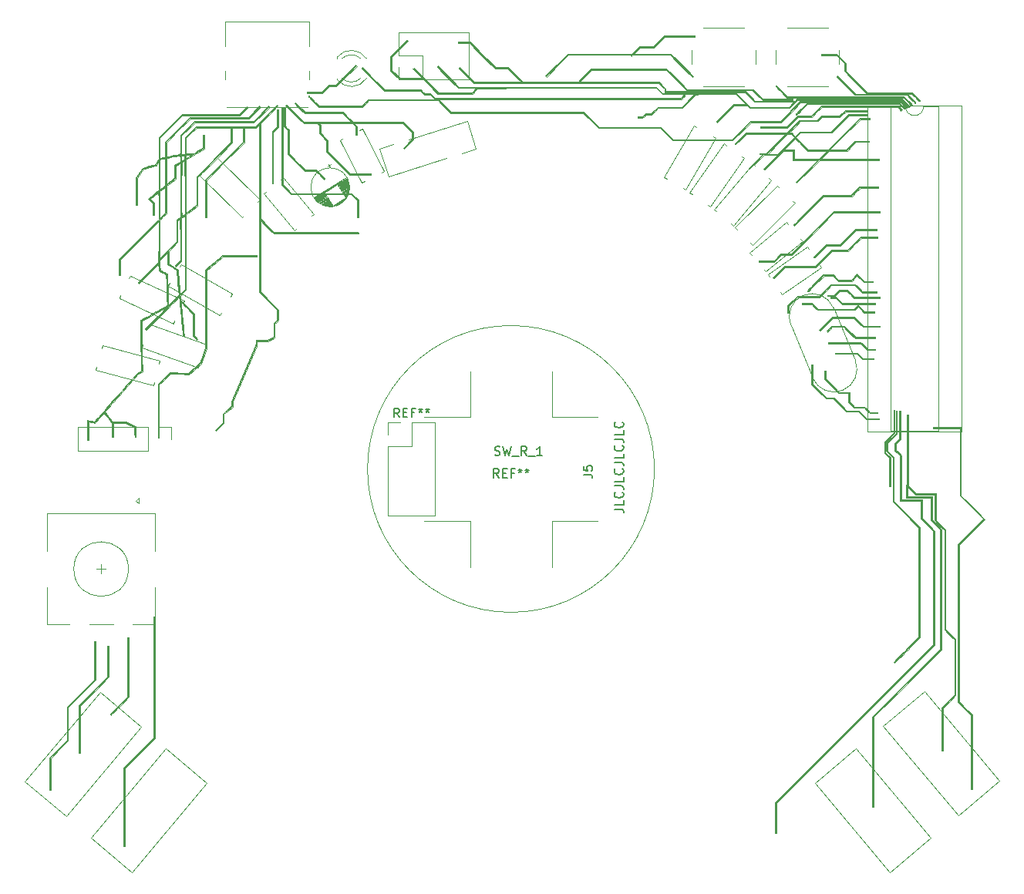
<source format=gbr>
G04 #@! TF.GenerationSoftware,KiCad,Pcbnew,(5.1.4)-1*
G04 #@! TF.CreationDate,2023-03-05T21:22:36+09:00*
G04 #@! TF.ProjectId,Akira_board,416b6972-615f-4626-9f61-72642e6b6963,rev?*
G04 #@! TF.SameCoordinates,Original*
G04 #@! TF.FileFunction,Legend,Top*
G04 #@! TF.FilePolarity,Positive*
%FSLAX46Y46*%
G04 Gerber Fmt 4.6, Leading zero omitted, Abs format (unit mm)*
G04 Created by KiCad (PCBNEW (5.1.4)-1) date 2023-03-05 21:22:36*
%MOMM*%
%LPD*%
G04 APERTURE LIST*
%ADD10C,0.150000*%
%ADD11C,0.010000*%
%ADD12C,0.120000*%
G04 APERTURE END LIST*
D10*
X158452380Y-98619047D02*
X159166666Y-98619047D01*
X159309523Y-98666666D01*
X159404761Y-98761904D01*
X159452380Y-98904761D01*
X159452380Y-99000000D01*
X159452380Y-97666666D02*
X159452380Y-98142857D01*
X158452380Y-98142857D01*
X159357142Y-96761904D02*
X159404761Y-96809523D01*
X159452380Y-96952380D01*
X159452380Y-97047619D01*
X159404761Y-97190476D01*
X159309523Y-97285714D01*
X159214285Y-97333333D01*
X159023809Y-97380952D01*
X158880952Y-97380952D01*
X158690476Y-97333333D01*
X158595238Y-97285714D01*
X158500000Y-97190476D01*
X158452380Y-97047619D01*
X158452380Y-96952380D01*
X158500000Y-96809523D01*
X158547619Y-96761904D01*
X158452380Y-96047619D02*
X159166666Y-96047619D01*
X159309523Y-96095238D01*
X159404761Y-96190476D01*
X159452380Y-96333333D01*
X159452380Y-96428571D01*
X159452380Y-95095238D02*
X159452380Y-95571428D01*
X158452380Y-95571428D01*
X159357142Y-94190476D02*
X159404761Y-94238095D01*
X159452380Y-94380952D01*
X159452380Y-94476190D01*
X159404761Y-94619047D01*
X159309523Y-94714285D01*
X159214285Y-94761904D01*
X159023809Y-94809523D01*
X158880952Y-94809523D01*
X158690476Y-94761904D01*
X158595238Y-94714285D01*
X158500000Y-94619047D01*
X158452380Y-94476190D01*
X158452380Y-94380952D01*
X158500000Y-94238095D01*
X158547619Y-94190476D01*
X158452380Y-93476190D02*
X159166666Y-93476190D01*
X159309523Y-93523809D01*
X159404761Y-93619047D01*
X159452380Y-93761904D01*
X159452380Y-93857142D01*
X159452380Y-92523809D02*
X159452380Y-93000000D01*
X158452380Y-93000000D01*
X159357142Y-91619047D02*
X159404761Y-91666666D01*
X159452380Y-91809523D01*
X159452380Y-91904761D01*
X159404761Y-92047619D01*
X159309523Y-92142857D01*
X159214285Y-92190476D01*
X159023809Y-92238095D01*
X158880952Y-92238095D01*
X158690476Y-92190476D01*
X158595238Y-92142857D01*
X158500000Y-92047619D01*
X158452380Y-91904761D01*
X158452380Y-91809523D01*
X158500000Y-91666666D01*
X158547619Y-91619047D01*
X158452380Y-90904761D02*
X159166666Y-90904761D01*
X159309523Y-90952380D01*
X159404761Y-91047619D01*
X159452380Y-91190476D01*
X159452380Y-91285714D01*
X159452380Y-89952380D02*
X159452380Y-90428571D01*
X158452380Y-90428571D01*
X159357142Y-89047619D02*
X159404761Y-89095238D01*
X159452380Y-89238095D01*
X159452380Y-89333333D01*
X159404761Y-89476190D01*
X159309523Y-89571428D01*
X159214285Y-89619047D01*
X159023809Y-89666666D01*
X158880952Y-89666666D01*
X158690476Y-89619047D01*
X158595238Y-89571428D01*
X158500000Y-89476190D01*
X158452380Y-89333333D01*
X158452380Y-89238095D01*
X158500000Y-89095238D01*
X158547619Y-89047619D01*
D11*
G36*
X108000000Y-123812642D02*
G01*
X106350000Y-125462500D01*
X104699999Y-127112357D01*
X104700000Y-131368678D01*
X104700000Y-135625000D01*
X104550000Y-135625000D01*
X104550000Y-127037357D01*
X106200000Y-125387500D01*
X107850000Y-123737642D01*
X107850000Y-110425000D01*
X108000000Y-110425000D01*
X108000000Y-123812642D01*
X108000000Y-123812642D01*
G37*
X108000000Y-123812642D02*
X106350000Y-125462500D01*
X104699999Y-127112357D01*
X104700000Y-131368678D01*
X104700000Y-135625000D01*
X104550000Y-135625000D01*
X104550000Y-127037357D01*
X106200000Y-125387500D01*
X107850000Y-123737642D01*
X107850000Y-110425000D01*
X108000000Y-110425000D01*
X108000000Y-123812642D01*
G36*
X189900000Y-90938438D02*
G01*
X189650000Y-91187499D01*
X189400000Y-91436561D01*
X189400000Y-92113315D01*
X189687500Y-92399999D01*
X189975000Y-92686684D01*
X189975000Y-97575000D01*
X192225000Y-97575000D01*
X192225000Y-99612840D01*
X192912500Y-100300000D01*
X193600000Y-100987159D01*
X193600000Y-113562527D01*
X184937500Y-122225000D01*
X176275000Y-130887472D01*
X176275000Y-134225000D01*
X176125000Y-134225000D01*
X176125000Y-130812472D01*
X184787500Y-122150000D01*
X193450000Y-113487527D01*
X193450000Y-101062159D01*
X192762500Y-100375000D01*
X192075000Y-99687840D01*
X192075000Y-97725000D01*
X189825000Y-97725000D01*
X189825000Y-92761684D01*
X189537500Y-92474999D01*
X189250000Y-92188315D01*
X189250000Y-91361561D01*
X189500000Y-91112499D01*
X189750000Y-90863438D01*
X189750000Y-87850000D01*
X189900000Y-87850000D01*
X189900000Y-90938438D01*
X189900000Y-90938438D01*
G37*
X189900000Y-90938438D02*
X189650000Y-91187499D01*
X189400000Y-91436561D01*
X189400000Y-92113315D01*
X189687500Y-92399999D01*
X189975000Y-92686684D01*
X189975000Y-97575000D01*
X192225000Y-97575000D01*
X192225000Y-99612840D01*
X192912500Y-100300000D01*
X193600000Y-100987159D01*
X193600000Y-113562527D01*
X184937500Y-122225000D01*
X176275000Y-130887472D01*
X176275000Y-134225000D01*
X176125000Y-134225000D01*
X176125000Y-130812472D01*
X184787500Y-122150000D01*
X193450000Y-113487527D01*
X193450000Y-101062159D01*
X192762500Y-100375000D01*
X192075000Y-99687840D01*
X192075000Y-97725000D01*
X189825000Y-97725000D01*
X189825000Y-92761684D01*
X189537500Y-92474999D01*
X189250000Y-92188315D01*
X189250000Y-91361561D01*
X189500000Y-91112499D01*
X189750000Y-90863438D01*
X189750000Y-87850000D01*
X189900000Y-87850000D01*
X189900000Y-90938438D01*
G36*
X190700000Y-96011992D02*
G01*
X191143489Y-96455996D01*
X191586979Y-96900000D01*
X193750000Y-96900000D01*
X193750000Y-99815052D01*
X194825000Y-100882630D01*
X194825000Y-111794999D01*
X195374174Y-112353749D01*
X195923349Y-112912500D01*
X195924174Y-116000167D01*
X195925000Y-119087834D01*
X195225000Y-119787500D01*
X194525000Y-120487165D01*
X194525000Y-125175000D01*
X194375000Y-125175000D01*
X194375000Y-120412165D01*
X195075000Y-119712500D01*
X195775000Y-119012834D01*
X195775000Y-112962073D01*
X195225000Y-112412500D01*
X194675000Y-111862926D01*
X194675000Y-100937063D01*
X194137500Y-100399999D01*
X193600000Y-99862936D01*
X193600000Y-97025000D01*
X191488036Y-97025000D01*
X191069018Y-96606525D01*
X190650000Y-96188051D01*
X190650000Y-97200000D01*
X193325000Y-97200000D01*
X193325000Y-99787957D01*
X193837500Y-100300000D01*
X194350000Y-100812042D01*
X194350000Y-114037563D01*
X190637500Y-117750000D01*
X186925000Y-121462436D01*
X186925000Y-131350000D01*
X186775000Y-131350000D01*
X186775000Y-121387436D01*
X190487500Y-117675000D01*
X194200000Y-113962563D01*
X194200000Y-100887042D01*
X193687500Y-100375000D01*
X193175000Y-99862957D01*
X193175000Y-97350000D01*
X190500000Y-97350000D01*
X190500000Y-96662500D01*
X190500897Y-96438817D01*
X190503544Y-96256820D01*
X190507872Y-96118379D01*
X190513813Y-96025365D01*
X190521300Y-95979649D01*
X190525000Y-95975000D01*
X190528809Y-95950025D01*
X190532307Y-95875205D01*
X190535493Y-95750690D01*
X190538366Y-95576634D01*
X190540924Y-95353189D01*
X190543168Y-95080507D01*
X190545095Y-94758741D01*
X190546705Y-94388043D01*
X190547997Y-93968567D01*
X190548970Y-93500464D01*
X190549622Y-92983886D01*
X190549954Y-92418988D01*
X190550000Y-92100000D01*
X190550000Y-88225000D01*
X190700000Y-88225000D01*
X190700000Y-96011992D01*
X190700000Y-96011992D01*
G37*
X190700000Y-96011992D02*
X191143489Y-96455996D01*
X191586979Y-96900000D01*
X193750000Y-96900000D01*
X193750000Y-99815052D01*
X194825000Y-100882630D01*
X194825000Y-111794999D01*
X195374174Y-112353749D01*
X195923349Y-112912500D01*
X195924174Y-116000167D01*
X195925000Y-119087834D01*
X195225000Y-119787500D01*
X194525000Y-120487165D01*
X194525000Y-125175000D01*
X194375000Y-125175000D01*
X194375000Y-120412165D01*
X195075000Y-119712500D01*
X195775000Y-119012834D01*
X195775000Y-112962073D01*
X195225000Y-112412500D01*
X194675000Y-111862926D01*
X194675000Y-100937063D01*
X194137500Y-100399999D01*
X193600000Y-99862936D01*
X193600000Y-97025000D01*
X191488036Y-97025000D01*
X191069018Y-96606525D01*
X190650000Y-96188051D01*
X190650000Y-97200000D01*
X193325000Y-97200000D01*
X193325000Y-99787957D01*
X193837500Y-100300000D01*
X194350000Y-100812042D01*
X194350000Y-114037563D01*
X190637500Y-117750000D01*
X186925000Y-121462436D01*
X186925000Y-131350000D01*
X186775000Y-131350000D01*
X186775000Y-121387436D01*
X190487500Y-117675000D01*
X194200000Y-113962563D01*
X194200000Y-100887042D01*
X193687500Y-100375000D01*
X193175000Y-99862957D01*
X193175000Y-97350000D01*
X190500000Y-97350000D01*
X190500000Y-96662500D01*
X190500897Y-96438817D01*
X190503544Y-96256820D01*
X190507872Y-96118379D01*
X190513813Y-96025365D01*
X190521300Y-95979649D01*
X190525000Y-95975000D01*
X190528809Y-95950025D01*
X190532307Y-95875205D01*
X190535493Y-95750690D01*
X190538366Y-95576634D01*
X190540924Y-95353189D01*
X190543168Y-95080507D01*
X190545095Y-94758741D01*
X190546705Y-94388043D01*
X190547997Y-93968567D01*
X190548970Y-93500464D01*
X190549622Y-92983886D01*
X190549954Y-92418988D01*
X190550000Y-92100000D01*
X190550000Y-88225000D01*
X190700000Y-88225000D01*
X190700000Y-96011992D01*
G36*
X101499999Y-115243827D02*
G01*
X101499999Y-117387654D01*
X99987499Y-118900000D01*
X98474999Y-120412345D01*
X98475000Y-122225044D01*
X98475000Y-124037743D01*
X97512500Y-125000000D01*
X96550000Y-125962256D01*
X96550000Y-129500000D01*
X96400000Y-129500000D01*
X96400000Y-125912256D01*
X97362500Y-124950000D01*
X98325000Y-123987743D01*
X98325000Y-120349856D01*
X99837500Y-118846498D01*
X101350000Y-117343139D01*
X101350000Y-113100000D01*
X101500000Y-113100000D01*
X101499999Y-115243827D01*
X101499999Y-115243827D01*
G37*
X101499999Y-115243827D02*
X101499999Y-117387654D01*
X99987499Y-118900000D01*
X98474999Y-120412345D01*
X98475000Y-122225044D01*
X98475000Y-124037743D01*
X97512500Y-125000000D01*
X96550000Y-125962256D01*
X96550000Y-129500000D01*
X96400000Y-129500000D01*
X96400000Y-125912256D01*
X97362500Y-124950000D01*
X98325000Y-123987743D01*
X98325000Y-120349856D01*
X99837500Y-118846498D01*
X101350000Y-117343139D01*
X101350000Y-113100000D01*
X101500000Y-113100000D01*
X101499999Y-115243827D01*
G36*
X196525000Y-97112680D02*
G01*
X197825003Y-98412503D01*
X199125007Y-99712327D01*
X197725003Y-101112496D01*
X196325000Y-102512664D01*
X196325000Y-119762828D01*
X197037500Y-120475000D01*
X197750000Y-121187171D01*
X197750000Y-129400000D01*
X197600000Y-129400000D01*
X197600000Y-121262171D01*
X196887500Y-120550000D01*
X196175000Y-119837828D01*
X196175000Y-102437668D01*
X198912322Y-99700006D01*
X197643661Y-98431162D01*
X196375000Y-97162317D01*
X196375000Y-89725000D01*
X193450000Y-89725000D01*
X193450000Y-89600000D01*
X196525000Y-89600000D01*
X196525000Y-97112680D01*
X196525000Y-97112680D01*
G37*
X196525000Y-97112680D02*
X197825003Y-98412503D01*
X199125007Y-99712327D01*
X197725003Y-101112496D01*
X196325000Y-102512664D01*
X196325000Y-119762828D01*
X197037500Y-120475000D01*
X197750000Y-121187171D01*
X197750000Y-129400000D01*
X197600000Y-129400000D01*
X197600000Y-121262171D01*
X196887500Y-120550000D01*
X196175000Y-119837828D01*
X196175000Y-102437668D01*
X198912322Y-99700006D01*
X197643661Y-98431162D01*
X196375000Y-97162317D01*
X196375000Y-89725000D01*
X193450000Y-89725000D01*
X193450000Y-89600000D01*
X196525000Y-89600000D01*
X196525000Y-97112680D01*
G36*
X102950000Y-117062648D02*
G01*
X101375000Y-118637500D01*
X99800000Y-120212351D01*
X99800000Y-125400000D01*
X99650000Y-125400000D01*
X99650000Y-120137351D01*
X101225000Y-118562500D01*
X102800000Y-116987648D01*
X102800000Y-113600000D01*
X102950000Y-113600000D01*
X102950000Y-117062648D01*
X102950000Y-117062648D01*
G37*
X102950000Y-117062648D02*
X101375000Y-118637500D01*
X99800000Y-120212351D01*
X99800000Y-125400000D01*
X99650000Y-125400000D01*
X99650000Y-120137351D01*
X101225000Y-118562500D01*
X102800000Y-116987648D01*
X102800000Y-113600000D01*
X102950000Y-113600000D01*
X102950000Y-117062648D01*
G36*
X105150000Y-119262737D02*
G01*
X104168632Y-120243868D01*
X103985628Y-120426570D01*
X103813195Y-120598219D01*
X103654565Y-120755631D01*
X103512973Y-120895621D01*
X103391650Y-121015005D01*
X103293830Y-121110599D01*
X103222745Y-121179219D01*
X103181629Y-121217680D01*
X103172507Y-121225000D01*
X103146718Y-121208476D01*
X103111428Y-121173816D01*
X103102036Y-121162114D01*
X103097302Y-121149038D01*
X103099851Y-121131685D01*
X103112310Y-121107148D01*
X103137307Y-121072523D01*
X103177466Y-121024904D01*
X103235414Y-120961386D01*
X103313779Y-120879064D01*
X103415185Y-120775034D01*
X103542260Y-120646390D01*
X103697630Y-120490226D01*
X103883922Y-120303638D01*
X104032553Y-120154947D01*
X105000000Y-119187262D01*
X105000000Y-112700000D01*
X105150000Y-112700000D01*
X105150000Y-119262737D01*
X105150000Y-119262737D01*
G37*
X105150000Y-119262737D02*
X104168632Y-120243868D01*
X103985628Y-120426570D01*
X103813195Y-120598219D01*
X103654565Y-120755631D01*
X103512973Y-120895621D01*
X103391650Y-121015005D01*
X103293830Y-121110599D01*
X103222745Y-121179219D01*
X103181629Y-121217680D01*
X103172507Y-121225000D01*
X103146718Y-121208476D01*
X103111428Y-121173816D01*
X103102036Y-121162114D01*
X103097302Y-121149038D01*
X103099851Y-121131685D01*
X103112310Y-121107148D01*
X103137307Y-121072523D01*
X103177466Y-121024904D01*
X103235414Y-120961386D01*
X103313779Y-120879064D01*
X103415185Y-120775034D01*
X103542260Y-120646390D01*
X103697630Y-120490226D01*
X103883922Y-120303638D01*
X104032553Y-120154947D01*
X105000000Y-119187262D01*
X105000000Y-112700000D01*
X105150000Y-112700000D01*
X105150000Y-119262737D01*
G36*
X189500000Y-90337946D02*
G01*
X188975000Y-90862500D01*
X188450000Y-91387053D01*
X188450000Y-92188169D01*
X188799755Y-92537256D01*
X189149511Y-92886343D01*
X189149497Y-95304287D01*
X189149482Y-97722231D01*
X190587241Y-99157808D01*
X192025000Y-100593384D01*
X192025000Y-112697962D01*
X190899559Y-113833804D01*
X190694219Y-114040693D01*
X190491776Y-114244002D01*
X190296237Y-114439749D01*
X190111610Y-114623950D01*
X189941903Y-114792621D01*
X189791124Y-114941781D01*
X189663281Y-115067447D01*
X189562380Y-115165635D01*
X189492430Y-115232362D01*
X189490412Y-115234246D01*
X189382886Y-115334184D01*
X189305647Y-115404005D01*
X189252474Y-115447748D01*
X189217142Y-115469456D01*
X189193428Y-115473170D01*
X189175108Y-115462930D01*
X189160889Y-115448220D01*
X189153100Y-115438310D01*
X189149186Y-115426835D01*
X189151379Y-115411398D01*
X189161914Y-115389607D01*
X189183021Y-115359066D01*
X189216935Y-115317382D01*
X189265889Y-115262158D01*
X189332115Y-115191000D01*
X189417846Y-115101515D01*
X189525315Y-114991307D01*
X189656756Y-114857982D01*
X189814400Y-114699145D01*
X190000481Y-114512402D01*
X190217232Y-114295358D01*
X190466886Y-114045617D01*
X190495036Y-114017463D01*
X191875000Y-112637332D01*
X191875000Y-100662336D01*
X190437500Y-99225000D01*
X189000000Y-97787663D01*
X189000000Y-92945083D01*
X188649895Y-92591966D01*
X188299791Y-92238849D01*
X188306145Y-91769613D01*
X188312500Y-91300376D01*
X188831250Y-90781220D01*
X189350000Y-90262063D01*
X189350000Y-87775000D01*
X189500000Y-87775000D01*
X189500000Y-90337946D01*
X189500000Y-90337946D01*
G37*
X189500000Y-90337946D02*
X188975000Y-90862500D01*
X188450000Y-91387053D01*
X188450000Y-92188169D01*
X188799755Y-92537256D01*
X189149511Y-92886343D01*
X189149497Y-95304287D01*
X189149482Y-97722231D01*
X190587241Y-99157808D01*
X192025000Y-100593384D01*
X192025000Y-112697962D01*
X190899559Y-113833804D01*
X190694219Y-114040693D01*
X190491776Y-114244002D01*
X190296237Y-114439749D01*
X190111610Y-114623950D01*
X189941903Y-114792621D01*
X189791124Y-114941781D01*
X189663281Y-115067447D01*
X189562380Y-115165635D01*
X189492430Y-115232362D01*
X189490412Y-115234246D01*
X189382886Y-115334184D01*
X189305647Y-115404005D01*
X189252474Y-115447748D01*
X189217142Y-115469456D01*
X189193428Y-115473170D01*
X189175108Y-115462930D01*
X189160889Y-115448220D01*
X189153100Y-115438310D01*
X189149186Y-115426835D01*
X189151379Y-115411398D01*
X189161914Y-115389607D01*
X189183021Y-115359066D01*
X189216935Y-115317382D01*
X189265889Y-115262158D01*
X189332115Y-115191000D01*
X189417846Y-115101515D01*
X189525315Y-114991307D01*
X189656756Y-114857982D01*
X189814400Y-114699145D01*
X190000481Y-114512402D01*
X190217232Y-114295358D01*
X190466886Y-114045617D01*
X190495036Y-114017463D01*
X191875000Y-112637332D01*
X191875000Y-100662336D01*
X190437500Y-99225000D01*
X189000000Y-97787663D01*
X189000000Y-92945083D01*
X188649895Y-92591966D01*
X188299791Y-92238849D01*
X188306145Y-91769613D01*
X188312500Y-91300376D01*
X188831250Y-90781220D01*
X189350000Y-90262063D01*
X189350000Y-87775000D01*
X189500000Y-87775000D01*
X189500000Y-90337946D01*
G36*
X189250000Y-90237957D02*
G01*
X188737500Y-90750000D01*
X188225000Y-91262042D01*
X188225000Y-92388393D01*
X188487500Y-92650000D01*
X188750000Y-92911606D01*
X188750000Y-96100000D01*
X188600000Y-96100000D01*
X188600000Y-92986606D01*
X188337500Y-92725000D01*
X188075000Y-92463393D01*
X188075000Y-91187042D01*
X188587500Y-90675000D01*
X189100000Y-90162957D01*
X189100000Y-87725000D01*
X189250000Y-87725000D01*
X189250000Y-90237957D01*
X189250000Y-90237957D01*
G37*
X189250000Y-90237957D02*
X188737500Y-90750000D01*
X188225000Y-91262042D01*
X188225000Y-92388393D01*
X188487500Y-92650000D01*
X188750000Y-92911606D01*
X188750000Y-96100000D01*
X188600000Y-96100000D01*
X188600000Y-92986606D01*
X188337500Y-92725000D01*
X188075000Y-92463393D01*
X188075000Y-91187042D01*
X188587500Y-90675000D01*
X189100000Y-90162957D01*
X189100000Y-87725000D01*
X189250000Y-87725000D01*
X189250000Y-90237957D01*
G36*
X121511685Y-54325574D02*
G01*
X120543342Y-55294155D01*
X119575000Y-56262737D01*
X119575000Y-66687807D01*
X120331401Y-67443903D01*
X121087802Y-68200000D01*
X130319168Y-68200000D01*
X130333378Y-68254338D01*
X130339614Y-68306140D01*
X130334818Y-68329338D01*
X130308899Y-68331463D01*
X130235442Y-68333527D01*
X130116909Y-68335520D01*
X129955761Y-68337431D01*
X129754461Y-68339249D01*
X129515471Y-68340963D01*
X129241253Y-68342563D01*
X128934267Y-68344037D01*
X128596978Y-68345374D01*
X128231845Y-68346564D01*
X127841332Y-68347596D01*
X127427900Y-68348458D01*
X126994010Y-68349140D01*
X126542126Y-68349631D01*
X126074709Y-68349921D01*
X125667433Y-68350000D01*
X121012817Y-68350000D01*
X120293908Y-67631411D01*
X119575000Y-66912823D01*
X119575000Y-70800278D01*
X119574999Y-74687734D01*
X120575000Y-75687500D01*
X121575000Y-76687265D01*
X121575000Y-77863673D01*
X121375000Y-78062500D01*
X121175000Y-78261326D01*
X121175000Y-79797479D01*
X120793750Y-79998240D01*
X120412500Y-80199000D01*
X119225000Y-80200000D01*
X119225000Y-80719362D01*
X116575134Y-86837500D01*
X116575067Y-87126613D01*
X116575000Y-87415727D01*
X116076416Y-87801613D01*
X115577833Y-88187500D01*
X115576416Y-88687775D01*
X115575000Y-89188051D01*
X115150209Y-89612290D01*
X114725418Y-90036530D01*
X114669448Y-89980559D01*
X114613478Y-89924589D01*
X115019239Y-89518268D01*
X115425000Y-89111948D01*
X115426064Y-88612224D01*
X115427129Y-88112500D01*
X115925662Y-87725000D01*
X116424196Y-87337500D01*
X116426112Y-86787500D01*
X119060526Y-80737500D01*
X119069081Y-80393750D01*
X119077635Y-80050000D01*
X119720067Y-80049472D01*
X120362500Y-80048944D01*
X121012500Y-79710012D01*
X121019103Y-78947818D01*
X121025707Y-78185623D01*
X121225353Y-77987148D01*
X121425000Y-77788673D01*
X121425000Y-77275469D01*
X121424999Y-76762265D01*
X120425000Y-75762499D01*
X119425000Y-74762734D01*
X119425000Y-56414065D01*
X119280525Y-56557032D01*
X119136050Y-56700000D01*
X117850000Y-56700000D01*
X117850000Y-58312611D01*
X115750000Y-60412500D01*
X113649999Y-62512388D01*
X113650000Y-64518694D01*
X113650000Y-66525000D01*
X113500000Y-66525000D01*
X113500000Y-62437593D01*
X117700000Y-58249665D01*
X117700000Y-56700000D01*
X112587101Y-56700000D01*
X112004760Y-57282735D01*
X111422420Y-57865471D01*
X111424339Y-58712531D01*
X111425104Y-58913260D01*
X111426404Y-59097644D01*
X111428152Y-59259834D01*
X111430260Y-59393980D01*
X111432639Y-59494233D01*
X111435202Y-59554743D01*
X111437202Y-59570536D01*
X111464459Y-59571924D01*
X111533147Y-59568923D01*
X111634944Y-59562077D01*
X111761527Y-59551933D01*
X111874472Y-59541863D01*
X112300796Y-59502244D01*
X112787262Y-59207372D01*
X113273727Y-58912500D01*
X113274363Y-58218750D01*
X113275000Y-57525000D01*
X113350372Y-57524999D01*
X113425744Y-57524999D01*
X113412500Y-59004735D01*
X112419906Y-59608617D01*
X111427313Y-60212500D01*
X111426156Y-63133412D01*
X111425000Y-66054325D01*
X111531250Y-65975910D01*
X111582901Y-65938072D01*
X111667429Y-65876480D01*
X111777197Y-65796682D01*
X111904568Y-65704228D01*
X112041908Y-65604667D01*
X112093227Y-65567497D01*
X112548955Y-65237500D01*
X112549477Y-63662438D01*
X112550000Y-62087376D01*
X114450000Y-60187500D01*
X116349999Y-58287623D01*
X116350000Y-57506311D01*
X116350000Y-56725000D01*
X116500000Y-56725000D01*
X116499920Y-57543750D01*
X116499841Y-58362500D01*
X114599920Y-60262408D01*
X112699999Y-62162317D01*
X112700000Y-63739281D01*
X112700000Y-65316245D01*
X112063664Y-65776872D01*
X111427329Y-66237500D01*
X111419914Y-70393376D01*
X111412500Y-74549253D01*
X111103739Y-74858753D01*
X110794979Y-75168254D01*
X110819725Y-75399960D01*
X110844470Y-75631666D01*
X112350000Y-77137802D01*
X112350000Y-79536324D01*
X112530590Y-79718127D01*
X112711180Y-79899931D01*
X112655535Y-79955575D01*
X112599891Y-80011219D01*
X112399945Y-79812446D01*
X112200000Y-79613673D01*
X112200000Y-77212146D01*
X111537500Y-76550000D01*
X111388866Y-76402495D01*
X111251866Y-76268558D01*
X111130325Y-76151777D01*
X111028074Y-76055739D01*
X110948938Y-75984034D01*
X110896746Y-75940250D01*
X110875325Y-75927975D01*
X110875000Y-75928942D01*
X110877336Y-75960749D01*
X110884033Y-76037404D01*
X110894621Y-76153990D01*
X110908629Y-76305588D01*
X110925587Y-76487282D01*
X110945025Y-76694152D01*
X110966474Y-76921282D01*
X110989463Y-77163754D01*
X111013523Y-77416649D01*
X111038184Y-77675050D01*
X111062974Y-77934039D01*
X111087426Y-78188699D01*
X111111068Y-78434111D01*
X111133431Y-78665357D01*
X111154044Y-78877521D01*
X111172438Y-79065683D01*
X111188142Y-79224927D01*
X111200688Y-79350335D01*
X111209604Y-79436988D01*
X111214173Y-79478061D01*
X111220973Y-79548938D01*
X111213765Y-79585669D01*
X111186493Y-79603470D01*
X111161457Y-79610527D01*
X111109518Y-79620048D01*
X111085252Y-79618586D01*
X111081545Y-79593050D01*
X111073510Y-79522231D01*
X111061589Y-79410616D01*
X111046223Y-79262695D01*
X111027851Y-79082954D01*
X111006914Y-78875883D01*
X110983853Y-78645969D01*
X110959109Y-78397702D01*
X110933122Y-78135569D01*
X110906333Y-77864060D01*
X110879181Y-77587661D01*
X110852108Y-77310862D01*
X110825555Y-77038151D01*
X110799962Y-76774016D01*
X110775769Y-76522946D01*
X110753417Y-76289429D01*
X110733346Y-76077952D01*
X110715998Y-75893006D01*
X110701812Y-75739077D01*
X110691230Y-75620655D01*
X110684691Y-75542228D01*
X110683435Y-75525000D01*
X110675945Y-75433462D01*
X110667730Y-75363293D01*
X110660389Y-75327695D01*
X110659386Y-75326074D01*
X110640520Y-75341778D01*
X110588709Y-75390556D01*
X110506314Y-75470074D01*
X110395696Y-75578003D01*
X110259217Y-75712010D01*
X110099237Y-75869764D01*
X109918118Y-76048935D01*
X109718221Y-76247190D01*
X109501908Y-76462198D01*
X109271540Y-76691628D01*
X109029477Y-76933149D01*
X108849305Y-77113194D01*
X107050629Y-78911740D01*
X106938292Y-78799403D01*
X108137896Y-77595984D01*
X108337660Y-77395035D01*
X108524527Y-77205985D01*
X108695890Y-77031542D01*
X108849141Y-76874413D01*
X108981673Y-76737304D01*
X109090877Y-76622923D01*
X109174146Y-76533976D01*
X109228873Y-76473172D01*
X109252450Y-76443216D01*
X109250000Y-76441477D01*
X109097179Y-76527129D01*
X108922107Y-76625640D01*
X108729152Y-76734522D01*
X108522681Y-76851288D01*
X108307064Y-76973448D01*
X108086667Y-77098516D01*
X107865858Y-77224003D01*
X107649007Y-77347421D01*
X107440480Y-77466283D01*
X107244645Y-77578100D01*
X107065871Y-77680384D01*
X106908525Y-77770648D01*
X106776976Y-77846404D01*
X106675592Y-77905164D01*
X106608739Y-77944439D01*
X106580787Y-77961742D01*
X106580447Y-77962023D01*
X106575309Y-77974646D01*
X106570999Y-78004200D01*
X106567523Y-78053211D01*
X106564888Y-78124206D01*
X106563099Y-78219710D01*
X106562162Y-78342249D01*
X106562083Y-78494350D01*
X106562867Y-78678537D01*
X106564520Y-78897338D01*
X106567048Y-79153278D01*
X106570457Y-79448883D01*
X106574754Y-79786680D01*
X106579942Y-80169193D01*
X106586029Y-80598950D01*
X106586609Y-80639195D01*
X106591816Y-81000963D01*
X106596816Y-81350055D01*
X106601560Y-81683051D01*
X106606002Y-81996530D01*
X106610093Y-82287068D01*
X106613785Y-82551246D01*
X106617032Y-82785642D01*
X106619785Y-82986834D01*
X106621997Y-83151401D01*
X106623620Y-83275922D01*
X106624607Y-83356975D01*
X106624912Y-83390041D01*
X106625000Y-83492582D01*
X106387019Y-83640041D01*
X106149039Y-83787500D01*
X104403635Y-85762500D01*
X104164296Y-86033334D01*
X103933134Y-86294938D01*
X103712443Y-86544716D01*
X103504519Y-86780069D01*
X103311654Y-86998398D01*
X103136144Y-87197107D01*
X102980283Y-87373597D01*
X102846366Y-87525270D01*
X102736686Y-87649529D01*
X102653540Y-87743775D01*
X102599220Y-87805410D01*
X102577220Y-87830458D01*
X102496209Y-87923417D01*
X102929354Y-88473570D01*
X103362500Y-89023723D01*
X104065252Y-89024361D01*
X104768004Y-89025000D01*
X105340252Y-89257923D01*
X105912500Y-89490847D01*
X105919194Y-90095423D01*
X105925888Y-90700000D01*
X105775956Y-90700000D01*
X105769228Y-90146974D01*
X105762500Y-89593949D01*
X105275000Y-89390724D01*
X104787500Y-89187500D01*
X103400000Y-89173478D01*
X103400000Y-90725000D01*
X103250000Y-90725000D01*
X103250000Y-89126867D01*
X102835467Y-88601153D01*
X102724684Y-88461136D01*
X102623540Y-88334218D01*
X102536286Y-88225657D01*
X102467173Y-88140716D01*
X102420452Y-88084653D01*
X102400427Y-88062763D01*
X102380382Y-88077942D01*
X102332227Y-88125251D01*
X102260889Y-88199293D01*
X102171297Y-88294668D01*
X102068377Y-88405978D01*
X101957059Y-88527824D01*
X101842269Y-88654808D01*
X101728935Y-88781530D01*
X101621986Y-88902592D01*
X101526349Y-89012595D01*
X101446952Y-89106141D01*
X101435778Y-89119592D01*
X101396640Y-89160589D01*
X101364449Y-89165972D01*
X101323278Y-89144630D01*
X101270612Y-89123801D01*
X101184387Y-89101563D01*
X101080753Y-89081896D01*
X101050000Y-89077278D01*
X100947374Y-89062082D01*
X100860253Y-89047810D01*
X100803293Y-89036907D01*
X100793750Y-89034506D01*
X100782817Y-89033725D01*
X100773870Y-89041418D01*
X100766709Y-89062052D01*
X100761137Y-89100093D01*
X100756956Y-89160007D01*
X100753969Y-89246263D01*
X100751978Y-89363326D01*
X100750786Y-89515662D01*
X100750195Y-89707740D01*
X100750007Y-89944025D01*
X100750000Y-90023315D01*
X100750000Y-91025000D01*
X100600000Y-91025000D01*
X100600000Y-88847734D01*
X100681250Y-88861382D01*
X100737944Y-88870914D01*
X100830667Y-88886512D01*
X100946142Y-88905943D01*
X101060279Y-88925152D01*
X101175335Y-88943968D01*
X101270441Y-88958476D01*
X101335933Y-88967276D01*
X101362149Y-88968970D01*
X101362234Y-88968887D01*
X101378983Y-88949740D01*
X101426951Y-88895280D01*
X101504243Y-88807655D01*
X101608962Y-88689010D01*
X101739210Y-88541494D01*
X101893091Y-88367253D01*
X102068709Y-88168436D01*
X102264167Y-87947188D01*
X102477568Y-87705657D01*
X102707014Y-87445991D01*
X102950611Y-87170337D01*
X103206460Y-86880841D01*
X103472665Y-86579651D01*
X103639455Y-86390954D01*
X103911929Y-86082642D01*
X104175731Y-85784033D01*
X104428918Y-85497333D01*
X104669546Y-85224747D01*
X104895671Y-84968481D01*
X105105349Y-84730741D01*
X105296636Y-84513732D01*
X105467588Y-84319659D01*
X105616262Y-84150729D01*
X105740714Y-84009146D01*
X105839000Y-83897118D01*
X105909176Y-83816848D01*
X105949298Y-83770543D01*
X105958037Y-83760112D01*
X105998026Y-83722475D01*
X106069830Y-83667931D01*
X106162076Y-83604769D01*
X106233037Y-83559673D01*
X106327060Y-83501703D01*
X106403812Y-83454124D01*
X106454240Y-83422566D01*
X106469545Y-83412636D01*
X106470131Y-83387374D01*
X106470009Y-83315314D01*
X106469216Y-83199650D01*
X106467790Y-83043579D01*
X106465769Y-82850297D01*
X106463190Y-82622998D01*
X106460090Y-82364879D01*
X106456508Y-82079136D01*
X106452480Y-81768964D01*
X106448045Y-81437559D01*
X106443240Y-81088116D01*
X106438103Y-80723831D01*
X106437041Y-80649624D01*
X106431955Y-80282459D01*
X106427414Y-79929294D01*
X106423441Y-79593345D01*
X106420059Y-79277826D01*
X106417290Y-78985955D01*
X106415157Y-78720945D01*
X106413684Y-78486014D01*
X106412891Y-78284377D01*
X106412803Y-78119249D01*
X106413441Y-77993846D01*
X106414828Y-77911384D01*
X106416988Y-77875078D01*
X106417496Y-77873654D01*
X106442139Y-77858381D01*
X106506636Y-77820550D01*
X106607338Y-77762254D01*
X106740596Y-77685581D01*
X106902761Y-77592623D01*
X107090183Y-77485471D01*
X107299213Y-77366214D01*
X107526203Y-77236942D01*
X107767503Y-77099748D01*
X107874890Y-77038761D01*
X108121174Y-76898822D01*
X108354674Y-76765921D01*
X108571749Y-76642145D01*
X108768753Y-76529583D01*
X108942043Y-76430323D01*
X109087976Y-76346453D01*
X109202908Y-76280061D01*
X109283196Y-76233237D01*
X109325195Y-76208067D01*
X109330582Y-76204417D01*
X109332601Y-76177253D01*
X109332725Y-76105176D01*
X109331131Y-75993228D01*
X109327997Y-75846453D01*
X109323499Y-75669895D01*
X109317814Y-75468597D01*
X109311121Y-75247601D01*
X109303595Y-75011953D01*
X109295415Y-74766694D01*
X109286758Y-74516869D01*
X109277800Y-74267521D01*
X109268720Y-74023693D01*
X109259693Y-73790428D01*
X109250898Y-73572771D01*
X109242512Y-73375763D01*
X109234711Y-73204450D01*
X109227674Y-73063873D01*
X109221577Y-72959077D01*
X109216597Y-72895105D01*
X109213656Y-72876871D01*
X109188722Y-72857737D01*
X109127739Y-72817942D01*
X109037880Y-72761964D01*
X108926320Y-72694280D01*
X108814987Y-72628056D01*
X108429702Y-72400897D01*
X108411502Y-72047655D01*
X108393303Y-71694413D01*
X107321944Y-72765555D01*
X106250585Y-73836696D01*
X106138298Y-73724409D01*
X108387500Y-71474817D01*
X108388192Y-71261931D01*
X108550000Y-71261931D01*
X108552472Y-71649715D01*
X108554423Y-71796745D01*
X108558111Y-71937868D01*
X108563070Y-72060088D01*
X108568836Y-72150412D01*
X108571222Y-72174340D01*
X108587500Y-72311180D01*
X108967234Y-72536840D01*
X109090793Y-72610571D01*
X109198981Y-72675710D01*
X109284633Y-72727896D01*
X109340584Y-72762767D01*
X109359494Y-72775593D01*
X109362680Y-72802304D01*
X109367364Y-72874481D01*
X109373349Y-72987619D01*
X109380433Y-73137213D01*
X109388417Y-73318757D01*
X109397101Y-73527748D01*
X109406286Y-73759678D01*
X109415770Y-74010045D01*
X109422723Y-74200593D01*
X109432594Y-74473013D01*
X109442414Y-74739433D01*
X109451957Y-74994008D01*
X109460997Y-75230887D01*
X109469307Y-75444224D01*
X109476660Y-75628171D01*
X109482830Y-75776879D01*
X109487590Y-75884499D01*
X109489429Y-75922215D01*
X109505434Y-76231931D01*
X110074606Y-75659715D01*
X110643779Y-75087500D01*
X110511323Y-73727670D01*
X110486046Y-73472113D01*
X110461518Y-73231664D01*
X110438257Y-73010900D01*
X110416782Y-72814397D01*
X110397610Y-72646730D01*
X110381259Y-72512475D01*
X110368246Y-72416208D01*
X110359088Y-72362505D01*
X110355760Y-72352670D01*
X110329075Y-72335203D01*
X110266667Y-72294375D01*
X110174658Y-72234192D01*
X110059171Y-72158658D01*
X109926330Y-72071780D01*
X109837646Y-72013782D01*
X109342639Y-71690064D01*
X109344780Y-71612500D01*
X109495974Y-71612500D01*
X110010487Y-71946201D01*
X110152798Y-72039624D01*
X110280026Y-72125299D01*
X110386451Y-72199196D01*
X110466353Y-72257288D01*
X110514012Y-72295544D01*
X110525158Y-72308701D01*
X110527534Y-72338488D01*
X110534301Y-72413270D01*
X110545005Y-72528276D01*
X110559193Y-72678737D01*
X110576414Y-72859881D01*
X110596215Y-73066940D01*
X110618143Y-73295142D01*
X110641746Y-73539718D01*
X110650000Y-73625000D01*
X110674057Y-73873850D01*
X110696593Y-74107796D01*
X110717156Y-74322090D01*
X110735294Y-74511982D01*
X110750554Y-74672721D01*
X110762486Y-74799559D01*
X110770636Y-74887747D01*
X110774554Y-74932533D01*
X110774841Y-74937030D01*
X110791383Y-74929346D01*
X110836746Y-74891565D01*
X110904718Y-74829266D01*
X110989085Y-74748024D01*
X111025000Y-74712500D01*
X111275000Y-74463438D01*
X111275000Y-66350775D01*
X110925000Y-66606143D01*
X110925000Y-71363070D01*
X110329478Y-71987500D01*
X110271539Y-71931106D01*
X110213601Y-71874712D01*
X110494432Y-71593083D01*
X110775263Y-71311453D01*
X110768881Y-69017346D01*
X110762500Y-66723239D01*
X110631986Y-66817869D01*
X110501472Y-66912500D01*
X110500000Y-69312042D01*
X109528814Y-70287500D01*
X109495974Y-71612500D01*
X109344780Y-71612500D01*
X109377223Y-70437500D01*
X108963611Y-70849715D01*
X108550000Y-71261931D01*
X108388192Y-71261931D01*
X108394756Y-69243658D01*
X108402013Y-67012500D01*
X106301006Y-69112444D01*
X104200000Y-71212388D01*
X104200000Y-72875000D01*
X104050000Y-72875000D01*
X104050000Y-71137392D01*
X106225000Y-68962500D01*
X108325773Y-66861830D01*
X108550000Y-66861830D01*
X108550000Y-71037239D01*
X109450000Y-70137500D01*
X110350000Y-69237760D01*
X110350000Y-66834277D01*
X110562500Y-66679322D01*
X110775000Y-66524368D01*
X110775000Y-64204101D01*
X110930167Y-64204101D01*
X110930169Y-64551381D01*
X110930481Y-64878197D01*
X110931090Y-65181476D01*
X110931981Y-65458145D01*
X110933142Y-65705132D01*
X110934559Y-65919364D01*
X110936219Y-66097768D01*
X110938107Y-66237272D01*
X110940211Y-66334802D01*
X110942518Y-66387287D01*
X110944024Y-66395867D01*
X110972378Y-66378204D01*
X111029820Y-66339127D01*
X111104882Y-66286466D01*
X111119127Y-66276328D01*
X111275000Y-66165157D01*
X111275000Y-63245078D01*
X111274842Y-62867496D01*
X111274384Y-62504148D01*
X111273644Y-62158129D01*
X111272643Y-61832533D01*
X111271401Y-61530455D01*
X111269937Y-61254988D01*
X111268271Y-61009228D01*
X111266424Y-60796269D01*
X111264414Y-60619204D01*
X111262263Y-60481130D01*
X111259989Y-60385140D01*
X111257613Y-60334328D01*
X111256250Y-60326760D01*
X111227165Y-60340049D01*
X111168387Y-60373332D01*
X111092292Y-60419581D01*
X111087500Y-60422581D01*
X110937500Y-60516642D01*
X110931146Y-63460438D01*
X110930488Y-63839429D01*
X110930167Y-64204101D01*
X110775000Y-64204101D01*
X110775000Y-60620061D01*
X110681250Y-60675303D01*
X110609959Y-60717194D01*
X110516865Y-60771741D01*
X110431728Y-60821523D01*
X110275957Y-60912500D01*
X110274131Y-61612500D01*
X110272304Y-62312500D01*
X109761152Y-62719106D01*
X109250000Y-63125713D01*
X109250000Y-66163169D01*
X108900000Y-66512500D01*
X108550000Y-66861830D01*
X108325773Y-66861830D01*
X108400000Y-66787607D01*
X108400000Y-65306303D01*
X108399786Y-65039303D01*
X108399169Y-64787762D01*
X108398189Y-64556028D01*
X108396882Y-64348450D01*
X108395289Y-64169376D01*
X108393446Y-64023153D01*
X108391392Y-63914131D01*
X108389166Y-63846657D01*
X108386942Y-63824999D01*
X108364434Y-63839883D01*
X108308687Y-63881555D01*
X108225490Y-63945547D01*
X108120629Y-64027389D01*
X107999893Y-64122614D01*
X107943192Y-64167631D01*
X107817292Y-64267756D01*
X107704888Y-64357086D01*
X107611756Y-64431034D01*
X107543673Y-64485016D01*
X107506414Y-64514447D01*
X107501286Y-64518427D01*
X107513630Y-64538070D01*
X107555346Y-64586037D01*
X107620223Y-64655527D01*
X107702051Y-64739740D01*
X107719203Y-64757046D01*
X107814421Y-64854231D01*
X107878748Y-64924556D01*
X107917601Y-64975534D01*
X107936401Y-65014677D01*
X107940566Y-65049499D01*
X107939517Y-65062500D01*
X107936837Y-65108780D01*
X107934228Y-65196755D01*
X107931838Y-65318120D01*
X107929820Y-65464571D01*
X107928322Y-65627801D01*
X107927850Y-65706250D01*
X107925000Y-66275000D01*
X107771381Y-66275000D01*
X107783049Y-65046430D01*
X107525892Y-64788395D01*
X107435901Y-64695838D01*
X107361516Y-64614988D01*
X107308636Y-64552605D01*
X107283159Y-64515449D01*
X107282087Y-64508930D01*
X107304443Y-64488374D01*
X107360924Y-64440996D01*
X107446411Y-64370958D01*
X107555786Y-64282422D01*
X107683931Y-64179550D01*
X107825727Y-64066503D01*
X107846505Y-64050000D01*
X108307905Y-63683687D01*
X108550000Y-63683687D01*
X108550000Y-66637222D01*
X109100418Y-66086804D01*
X109093959Y-64671167D01*
X109087500Y-63255531D01*
X108550000Y-63683687D01*
X108307905Y-63683687D01*
X108397571Y-63612500D01*
X108397469Y-60437500D01*
X108287764Y-60652668D01*
X108178059Y-60867837D01*
X107920279Y-60922222D01*
X107808575Y-60948755D01*
X107663761Y-60987511D01*
X107500016Y-61034463D01*
X107331514Y-61085582D01*
X107217738Y-61121878D01*
X106772977Y-61267148D01*
X106398988Y-61769756D01*
X106025000Y-62272364D01*
X106025000Y-65200000D01*
X105875000Y-65200000D01*
X105876696Y-62212500D01*
X106673728Y-61134728D01*
X107155614Y-60979217D01*
X107319194Y-60927693D01*
X107482433Y-60878533D01*
X107633492Y-60835140D01*
X107760531Y-60800917D01*
X107850000Y-60779619D01*
X108062500Y-60735533D01*
X108230202Y-60411516D01*
X108336120Y-60206872D01*
X108550000Y-60206872D01*
X108550000Y-61843997D01*
X108550171Y-62180844D01*
X108550722Y-62470678D01*
X108551712Y-62716481D01*
X108553198Y-62921240D01*
X108555239Y-63087938D01*
X108557891Y-63219560D01*
X108561213Y-63319092D01*
X108565262Y-63389516D01*
X108570097Y-63433819D01*
X108575775Y-63454984D01*
X108581250Y-63457058D01*
X108612088Y-63432807D01*
X108673286Y-63384307D01*
X108756114Y-63318489D01*
X108851841Y-63242281D01*
X108856250Y-63238768D01*
X109100000Y-63044541D01*
X109100000Y-61572270D01*
X109099894Y-61486303D01*
X109250000Y-61486303D01*
X109250000Y-62922606D01*
X110125000Y-62218936D01*
X110125000Y-60827815D01*
X110449013Y-60632657D01*
X110773027Y-60437500D01*
X110774013Y-60118750D01*
X110773716Y-60050000D01*
X110925000Y-60050000D01*
X110926587Y-60160283D01*
X110930892Y-60249149D01*
X110937228Y-60306593D01*
X110943750Y-60323239D01*
X110972841Y-60309959D01*
X111031632Y-60276700D01*
X111107743Y-60230487D01*
X111112500Y-60227512D01*
X111262500Y-60133546D01*
X111269865Y-59938222D01*
X111277231Y-59742898D01*
X111160126Y-59758949D01*
X111075779Y-59768797D01*
X111003064Y-59774461D01*
X110984010Y-59775000D01*
X110958245Y-59776697D01*
X110941341Y-59787593D01*
X110931432Y-59816388D01*
X110926649Y-59871787D01*
X110925126Y-59962490D01*
X110925000Y-60050000D01*
X110773716Y-60050000D01*
X110773426Y-59983212D01*
X110770182Y-59890615D01*
X110763534Y-59833935D01*
X110752737Y-59806149D01*
X110740148Y-59800000D01*
X110635776Y-59805509D01*
X110492956Y-59821004D01*
X110321896Y-59844937D01*
X110132800Y-59875760D01*
X109935872Y-59911925D01*
X109746893Y-59950673D01*
X109601749Y-59981933D01*
X109473453Y-60009156D01*
X109369988Y-60030682D01*
X109299336Y-60044850D01*
X109269481Y-60049999D01*
X109269427Y-60050000D01*
X109265872Y-60074263D01*
X109262528Y-60144111D01*
X109259453Y-60255128D01*
X109256707Y-60402897D01*
X109254351Y-60583002D01*
X109252443Y-60791029D01*
X109251045Y-61022561D01*
X109250214Y-61273183D01*
X109250000Y-61486303D01*
X109099894Y-61486303D01*
X109099596Y-61246851D01*
X109098407Y-60958072D01*
X109096463Y-60707814D01*
X109093794Y-60497961D01*
X109090432Y-60330394D01*
X109086406Y-60206995D01*
X109081749Y-60129648D01*
X109076490Y-60100233D01*
X109075951Y-60100000D01*
X109042677Y-60104940D01*
X108972094Y-60118267D01*
X108875752Y-60137735D01*
X108800951Y-60153436D01*
X108550000Y-60206872D01*
X108336120Y-60206872D01*
X108397904Y-60087500D01*
X108398961Y-58912500D01*
X108400019Y-57737500D01*
X109668974Y-56468749D01*
X110937930Y-55199999D01*
X117261948Y-55199999D01*
X117668268Y-54794239D01*
X118074589Y-54388478D01*
X118130559Y-54444448D01*
X118186530Y-54500418D01*
X117762290Y-54925209D01*
X117338051Y-55349999D01*
X114175181Y-55350000D01*
X111012310Y-55350000D01*
X109781155Y-56581343D01*
X108550000Y-57812687D01*
X108550000Y-60048749D01*
X108631250Y-60032521D01*
X108696179Y-60019084D01*
X108790257Y-59999065D01*
X108893808Y-59976651D01*
X108900000Y-59975298D01*
X109087500Y-59934304D01*
X109100522Y-58287500D01*
X110468925Y-56918750D01*
X111837329Y-55550000D01*
X115053852Y-55549999D01*
X118270375Y-55549999D01*
X118871495Y-54931249D01*
X119472615Y-54312500D01*
X119582683Y-54421572D01*
X118341253Y-55700000D01*
X111912324Y-55700000D01*
X110581162Y-57031336D01*
X109250000Y-58362673D01*
X109250000Y-59900952D01*
X109306250Y-59887935D01*
X109560102Y-59831645D01*
X109810650Y-59780693D01*
X110050305Y-59736338D01*
X110076438Y-59732025D01*
X111425000Y-59732025D01*
X111425000Y-59880595D01*
X111427879Y-59957603D01*
X111435367Y-60008158D01*
X111444069Y-60020833D01*
X111471676Y-60005360D01*
X111533142Y-59969199D01*
X111619590Y-59917619D01*
X111722143Y-59855887D01*
X111730389Y-59850903D01*
X111831208Y-59789405D01*
X111913793Y-59738006D01*
X111970212Y-59701716D01*
X111992536Y-59685549D01*
X111992570Y-59685214D01*
X111967226Y-59685698D01*
X111902254Y-59690109D01*
X111807808Y-59697689D01*
X111706250Y-59706573D01*
X111425000Y-59732025D01*
X110076438Y-59732025D01*
X110271481Y-59699836D01*
X110466590Y-59672445D01*
X110628047Y-59655423D01*
X110741841Y-59649999D01*
X110750149Y-59641995D01*
X110757012Y-59615346D01*
X110762553Y-59566102D01*
X110766897Y-59490312D01*
X110770168Y-59384026D01*
X110772489Y-59243291D01*
X110773986Y-59064157D01*
X110774781Y-58842673D01*
X110775000Y-58593598D01*
X110775000Y-57537197D01*
X111543898Y-56768598D01*
X112312797Y-56000000D01*
X118812228Y-56000000D01*
X119655835Y-55156666D01*
X120499443Y-54313332D01*
X120611669Y-54425558D01*
X118887771Y-56150000D01*
X112387182Y-56150000D01*
X110925000Y-57612812D01*
X110925000Y-59625000D01*
X110984010Y-59625000D01*
X111045189Y-59621599D01*
X111128206Y-59613067D01*
X111159010Y-59609101D01*
X111275000Y-59593203D01*
X111275000Y-57812860D01*
X112537132Y-56550000D01*
X115799717Y-56549999D01*
X119062302Y-56549999D01*
X120230853Y-55381647D01*
X121399405Y-54213294D01*
X121511685Y-54325574D01*
X121511685Y-54325574D01*
G37*
X121511685Y-54325574D02*
X120543342Y-55294155D01*
X119575000Y-56262737D01*
X119575000Y-66687807D01*
X120331401Y-67443903D01*
X121087802Y-68200000D01*
X130319168Y-68200000D01*
X130333378Y-68254338D01*
X130339614Y-68306140D01*
X130334818Y-68329338D01*
X130308899Y-68331463D01*
X130235442Y-68333527D01*
X130116909Y-68335520D01*
X129955761Y-68337431D01*
X129754461Y-68339249D01*
X129515471Y-68340963D01*
X129241253Y-68342563D01*
X128934267Y-68344037D01*
X128596978Y-68345374D01*
X128231845Y-68346564D01*
X127841332Y-68347596D01*
X127427900Y-68348458D01*
X126994010Y-68349140D01*
X126542126Y-68349631D01*
X126074709Y-68349921D01*
X125667433Y-68350000D01*
X121012817Y-68350000D01*
X120293908Y-67631411D01*
X119575000Y-66912823D01*
X119575000Y-70800278D01*
X119574999Y-74687734D01*
X120575000Y-75687500D01*
X121575000Y-76687265D01*
X121575000Y-77863673D01*
X121375000Y-78062500D01*
X121175000Y-78261326D01*
X121175000Y-79797479D01*
X120793750Y-79998240D01*
X120412500Y-80199000D01*
X119225000Y-80200000D01*
X119225000Y-80719362D01*
X116575134Y-86837500D01*
X116575067Y-87126613D01*
X116575000Y-87415727D01*
X116076416Y-87801613D01*
X115577833Y-88187500D01*
X115576416Y-88687775D01*
X115575000Y-89188051D01*
X115150209Y-89612290D01*
X114725418Y-90036530D01*
X114669448Y-89980559D01*
X114613478Y-89924589D01*
X115019239Y-89518268D01*
X115425000Y-89111948D01*
X115426064Y-88612224D01*
X115427129Y-88112500D01*
X115925662Y-87725000D01*
X116424196Y-87337500D01*
X116426112Y-86787500D01*
X119060526Y-80737500D01*
X119069081Y-80393750D01*
X119077635Y-80050000D01*
X119720067Y-80049472D01*
X120362500Y-80048944D01*
X121012500Y-79710012D01*
X121019103Y-78947818D01*
X121025707Y-78185623D01*
X121225353Y-77987148D01*
X121425000Y-77788673D01*
X121425000Y-77275469D01*
X121424999Y-76762265D01*
X120425000Y-75762499D01*
X119425000Y-74762734D01*
X119425000Y-56414065D01*
X119280525Y-56557032D01*
X119136050Y-56700000D01*
X117850000Y-56700000D01*
X117850000Y-58312611D01*
X115750000Y-60412500D01*
X113649999Y-62512388D01*
X113650000Y-64518694D01*
X113650000Y-66525000D01*
X113500000Y-66525000D01*
X113500000Y-62437593D01*
X117700000Y-58249665D01*
X117700000Y-56700000D01*
X112587101Y-56700000D01*
X112004760Y-57282735D01*
X111422420Y-57865471D01*
X111424339Y-58712531D01*
X111425104Y-58913260D01*
X111426404Y-59097644D01*
X111428152Y-59259834D01*
X111430260Y-59393980D01*
X111432639Y-59494233D01*
X111435202Y-59554743D01*
X111437202Y-59570536D01*
X111464459Y-59571924D01*
X111533147Y-59568923D01*
X111634944Y-59562077D01*
X111761527Y-59551933D01*
X111874472Y-59541863D01*
X112300796Y-59502244D01*
X112787262Y-59207372D01*
X113273727Y-58912500D01*
X113274363Y-58218750D01*
X113275000Y-57525000D01*
X113350372Y-57524999D01*
X113425744Y-57524999D01*
X113412500Y-59004735D01*
X112419906Y-59608617D01*
X111427313Y-60212500D01*
X111426156Y-63133412D01*
X111425000Y-66054325D01*
X111531250Y-65975910D01*
X111582901Y-65938072D01*
X111667429Y-65876480D01*
X111777197Y-65796682D01*
X111904568Y-65704228D01*
X112041908Y-65604667D01*
X112093227Y-65567497D01*
X112548955Y-65237500D01*
X112549477Y-63662438D01*
X112550000Y-62087376D01*
X114450000Y-60187500D01*
X116349999Y-58287623D01*
X116350000Y-57506311D01*
X116350000Y-56725000D01*
X116500000Y-56725000D01*
X116499920Y-57543750D01*
X116499841Y-58362500D01*
X114599920Y-60262408D01*
X112699999Y-62162317D01*
X112700000Y-63739281D01*
X112700000Y-65316245D01*
X112063664Y-65776872D01*
X111427329Y-66237500D01*
X111419914Y-70393376D01*
X111412500Y-74549253D01*
X111103739Y-74858753D01*
X110794979Y-75168254D01*
X110819725Y-75399960D01*
X110844470Y-75631666D01*
X112350000Y-77137802D01*
X112350000Y-79536324D01*
X112530590Y-79718127D01*
X112711180Y-79899931D01*
X112655535Y-79955575D01*
X112599891Y-80011219D01*
X112399945Y-79812446D01*
X112200000Y-79613673D01*
X112200000Y-77212146D01*
X111537500Y-76550000D01*
X111388866Y-76402495D01*
X111251866Y-76268558D01*
X111130325Y-76151777D01*
X111028074Y-76055739D01*
X110948938Y-75984034D01*
X110896746Y-75940250D01*
X110875325Y-75927975D01*
X110875000Y-75928942D01*
X110877336Y-75960749D01*
X110884033Y-76037404D01*
X110894621Y-76153990D01*
X110908629Y-76305588D01*
X110925587Y-76487282D01*
X110945025Y-76694152D01*
X110966474Y-76921282D01*
X110989463Y-77163754D01*
X111013523Y-77416649D01*
X111038184Y-77675050D01*
X111062974Y-77934039D01*
X111087426Y-78188699D01*
X111111068Y-78434111D01*
X111133431Y-78665357D01*
X111154044Y-78877521D01*
X111172438Y-79065683D01*
X111188142Y-79224927D01*
X111200688Y-79350335D01*
X111209604Y-79436988D01*
X111214173Y-79478061D01*
X111220973Y-79548938D01*
X111213765Y-79585669D01*
X111186493Y-79603470D01*
X111161457Y-79610527D01*
X111109518Y-79620048D01*
X111085252Y-79618586D01*
X111081545Y-79593050D01*
X111073510Y-79522231D01*
X111061589Y-79410616D01*
X111046223Y-79262695D01*
X111027851Y-79082954D01*
X111006914Y-78875883D01*
X110983853Y-78645969D01*
X110959109Y-78397702D01*
X110933122Y-78135569D01*
X110906333Y-77864060D01*
X110879181Y-77587661D01*
X110852108Y-77310862D01*
X110825555Y-77038151D01*
X110799962Y-76774016D01*
X110775769Y-76522946D01*
X110753417Y-76289429D01*
X110733346Y-76077952D01*
X110715998Y-75893006D01*
X110701812Y-75739077D01*
X110691230Y-75620655D01*
X110684691Y-75542228D01*
X110683435Y-75525000D01*
X110675945Y-75433462D01*
X110667730Y-75363293D01*
X110660389Y-75327695D01*
X110659386Y-75326074D01*
X110640520Y-75341778D01*
X110588709Y-75390556D01*
X110506314Y-75470074D01*
X110395696Y-75578003D01*
X110259217Y-75712010D01*
X110099237Y-75869764D01*
X109918118Y-76048935D01*
X109718221Y-76247190D01*
X109501908Y-76462198D01*
X109271540Y-76691628D01*
X109029477Y-76933149D01*
X108849305Y-77113194D01*
X107050629Y-78911740D01*
X106938292Y-78799403D01*
X108137896Y-77595984D01*
X108337660Y-77395035D01*
X108524527Y-77205985D01*
X108695890Y-77031542D01*
X108849141Y-76874413D01*
X108981673Y-76737304D01*
X109090877Y-76622923D01*
X109174146Y-76533976D01*
X109228873Y-76473172D01*
X109252450Y-76443216D01*
X109250000Y-76441477D01*
X109097179Y-76527129D01*
X108922107Y-76625640D01*
X108729152Y-76734522D01*
X108522681Y-76851288D01*
X108307064Y-76973448D01*
X108086667Y-77098516D01*
X107865858Y-77224003D01*
X107649007Y-77347421D01*
X107440480Y-77466283D01*
X107244645Y-77578100D01*
X107065871Y-77680384D01*
X106908525Y-77770648D01*
X106776976Y-77846404D01*
X106675592Y-77905164D01*
X106608739Y-77944439D01*
X106580787Y-77961742D01*
X106580447Y-77962023D01*
X106575309Y-77974646D01*
X106570999Y-78004200D01*
X106567523Y-78053211D01*
X106564888Y-78124206D01*
X106563099Y-78219710D01*
X106562162Y-78342249D01*
X106562083Y-78494350D01*
X106562867Y-78678537D01*
X106564520Y-78897338D01*
X106567048Y-79153278D01*
X106570457Y-79448883D01*
X106574754Y-79786680D01*
X106579942Y-80169193D01*
X106586029Y-80598950D01*
X106586609Y-80639195D01*
X106591816Y-81000963D01*
X106596816Y-81350055D01*
X106601560Y-81683051D01*
X106606002Y-81996530D01*
X106610093Y-82287068D01*
X106613785Y-82551246D01*
X106617032Y-82785642D01*
X106619785Y-82986834D01*
X106621997Y-83151401D01*
X106623620Y-83275922D01*
X106624607Y-83356975D01*
X106624912Y-83390041D01*
X106625000Y-83492582D01*
X106387019Y-83640041D01*
X106149039Y-83787500D01*
X104403635Y-85762500D01*
X104164296Y-86033334D01*
X103933134Y-86294938D01*
X103712443Y-86544716D01*
X103504519Y-86780069D01*
X103311654Y-86998398D01*
X103136144Y-87197107D01*
X102980283Y-87373597D01*
X102846366Y-87525270D01*
X102736686Y-87649529D01*
X102653540Y-87743775D01*
X102599220Y-87805410D01*
X102577220Y-87830458D01*
X102496209Y-87923417D01*
X102929354Y-88473570D01*
X103362500Y-89023723D01*
X104065252Y-89024361D01*
X104768004Y-89025000D01*
X105340252Y-89257923D01*
X105912500Y-89490847D01*
X105919194Y-90095423D01*
X105925888Y-90700000D01*
X105775956Y-90700000D01*
X105769228Y-90146974D01*
X105762500Y-89593949D01*
X105275000Y-89390724D01*
X104787500Y-89187500D01*
X103400000Y-89173478D01*
X103400000Y-90725000D01*
X103250000Y-90725000D01*
X103250000Y-89126867D01*
X102835467Y-88601153D01*
X102724684Y-88461136D01*
X102623540Y-88334218D01*
X102536286Y-88225657D01*
X102467173Y-88140716D01*
X102420452Y-88084653D01*
X102400427Y-88062763D01*
X102380382Y-88077942D01*
X102332227Y-88125251D01*
X102260889Y-88199293D01*
X102171297Y-88294668D01*
X102068377Y-88405978D01*
X101957059Y-88527824D01*
X101842269Y-88654808D01*
X101728935Y-88781530D01*
X101621986Y-88902592D01*
X101526349Y-89012595D01*
X101446952Y-89106141D01*
X101435778Y-89119592D01*
X101396640Y-89160589D01*
X101364449Y-89165972D01*
X101323278Y-89144630D01*
X101270612Y-89123801D01*
X101184387Y-89101563D01*
X101080753Y-89081896D01*
X101050000Y-89077278D01*
X100947374Y-89062082D01*
X100860253Y-89047810D01*
X100803293Y-89036907D01*
X100793750Y-89034506D01*
X100782817Y-89033725D01*
X100773870Y-89041418D01*
X100766709Y-89062052D01*
X100761137Y-89100093D01*
X100756956Y-89160007D01*
X100753969Y-89246263D01*
X100751978Y-89363326D01*
X100750786Y-89515662D01*
X100750195Y-89707740D01*
X100750007Y-89944025D01*
X100750000Y-90023315D01*
X100750000Y-91025000D01*
X100600000Y-91025000D01*
X100600000Y-88847734D01*
X100681250Y-88861382D01*
X100737944Y-88870914D01*
X100830667Y-88886512D01*
X100946142Y-88905943D01*
X101060279Y-88925152D01*
X101175335Y-88943968D01*
X101270441Y-88958476D01*
X101335933Y-88967276D01*
X101362149Y-88968970D01*
X101362234Y-88968887D01*
X101378983Y-88949740D01*
X101426951Y-88895280D01*
X101504243Y-88807655D01*
X101608962Y-88689010D01*
X101739210Y-88541494D01*
X101893091Y-88367253D01*
X102068709Y-88168436D01*
X102264167Y-87947188D01*
X102477568Y-87705657D01*
X102707014Y-87445991D01*
X102950611Y-87170337D01*
X103206460Y-86880841D01*
X103472665Y-86579651D01*
X103639455Y-86390954D01*
X103911929Y-86082642D01*
X104175731Y-85784033D01*
X104428918Y-85497333D01*
X104669546Y-85224747D01*
X104895671Y-84968481D01*
X105105349Y-84730741D01*
X105296636Y-84513732D01*
X105467588Y-84319659D01*
X105616262Y-84150729D01*
X105740714Y-84009146D01*
X105839000Y-83897118D01*
X105909176Y-83816848D01*
X105949298Y-83770543D01*
X105958037Y-83760112D01*
X105998026Y-83722475D01*
X106069830Y-83667931D01*
X106162076Y-83604769D01*
X106233037Y-83559673D01*
X106327060Y-83501703D01*
X106403812Y-83454124D01*
X106454240Y-83422566D01*
X106469545Y-83412636D01*
X106470131Y-83387374D01*
X106470009Y-83315314D01*
X106469216Y-83199650D01*
X106467790Y-83043579D01*
X106465769Y-82850297D01*
X106463190Y-82622998D01*
X106460090Y-82364879D01*
X106456508Y-82079136D01*
X106452480Y-81768964D01*
X106448045Y-81437559D01*
X106443240Y-81088116D01*
X106438103Y-80723831D01*
X106437041Y-80649624D01*
X106431955Y-80282459D01*
X106427414Y-79929294D01*
X106423441Y-79593345D01*
X106420059Y-79277826D01*
X106417290Y-78985955D01*
X106415157Y-78720945D01*
X106413684Y-78486014D01*
X106412891Y-78284377D01*
X106412803Y-78119249D01*
X106413441Y-77993846D01*
X106414828Y-77911384D01*
X106416988Y-77875078D01*
X106417496Y-77873654D01*
X106442139Y-77858381D01*
X106506636Y-77820550D01*
X106607338Y-77762254D01*
X106740596Y-77685581D01*
X106902761Y-77592623D01*
X107090183Y-77485471D01*
X107299213Y-77366214D01*
X107526203Y-77236942D01*
X107767503Y-77099748D01*
X107874890Y-77038761D01*
X108121174Y-76898822D01*
X108354674Y-76765921D01*
X108571749Y-76642145D01*
X108768753Y-76529583D01*
X108942043Y-76430323D01*
X109087976Y-76346453D01*
X109202908Y-76280061D01*
X109283196Y-76233237D01*
X109325195Y-76208067D01*
X109330582Y-76204417D01*
X109332601Y-76177253D01*
X109332725Y-76105176D01*
X109331131Y-75993228D01*
X109327997Y-75846453D01*
X109323499Y-75669895D01*
X109317814Y-75468597D01*
X109311121Y-75247601D01*
X109303595Y-75011953D01*
X109295415Y-74766694D01*
X109286758Y-74516869D01*
X109277800Y-74267521D01*
X109268720Y-74023693D01*
X109259693Y-73790428D01*
X109250898Y-73572771D01*
X109242512Y-73375763D01*
X109234711Y-73204450D01*
X109227674Y-73063873D01*
X109221577Y-72959077D01*
X109216597Y-72895105D01*
X109213656Y-72876871D01*
X109188722Y-72857737D01*
X109127739Y-72817942D01*
X109037880Y-72761964D01*
X108926320Y-72694280D01*
X108814987Y-72628056D01*
X108429702Y-72400897D01*
X108411502Y-72047655D01*
X108393303Y-71694413D01*
X107321944Y-72765555D01*
X106250585Y-73836696D01*
X106138298Y-73724409D01*
X108387500Y-71474817D01*
X108388192Y-71261931D01*
X108550000Y-71261931D01*
X108552472Y-71649715D01*
X108554423Y-71796745D01*
X108558111Y-71937868D01*
X108563070Y-72060088D01*
X108568836Y-72150412D01*
X108571222Y-72174340D01*
X108587500Y-72311180D01*
X108967234Y-72536840D01*
X109090793Y-72610571D01*
X109198981Y-72675710D01*
X109284633Y-72727896D01*
X109340584Y-72762767D01*
X109359494Y-72775593D01*
X109362680Y-72802304D01*
X109367364Y-72874481D01*
X109373349Y-72987619D01*
X109380433Y-73137213D01*
X109388417Y-73318757D01*
X109397101Y-73527748D01*
X109406286Y-73759678D01*
X109415770Y-74010045D01*
X109422723Y-74200593D01*
X109432594Y-74473013D01*
X109442414Y-74739433D01*
X109451957Y-74994008D01*
X109460997Y-75230887D01*
X109469307Y-75444224D01*
X109476660Y-75628171D01*
X109482830Y-75776879D01*
X109487590Y-75884499D01*
X109489429Y-75922215D01*
X109505434Y-76231931D01*
X110074606Y-75659715D01*
X110643779Y-75087500D01*
X110511323Y-73727670D01*
X110486046Y-73472113D01*
X110461518Y-73231664D01*
X110438257Y-73010900D01*
X110416782Y-72814397D01*
X110397610Y-72646730D01*
X110381259Y-72512475D01*
X110368246Y-72416208D01*
X110359088Y-72362505D01*
X110355760Y-72352670D01*
X110329075Y-72335203D01*
X110266667Y-72294375D01*
X110174658Y-72234192D01*
X110059171Y-72158658D01*
X109926330Y-72071780D01*
X109837646Y-72013782D01*
X109342639Y-71690064D01*
X109344780Y-71612500D01*
X109495974Y-71612500D01*
X110010487Y-71946201D01*
X110152798Y-72039624D01*
X110280026Y-72125299D01*
X110386451Y-72199196D01*
X110466353Y-72257288D01*
X110514012Y-72295544D01*
X110525158Y-72308701D01*
X110527534Y-72338488D01*
X110534301Y-72413270D01*
X110545005Y-72528276D01*
X110559193Y-72678737D01*
X110576414Y-72859881D01*
X110596215Y-73066940D01*
X110618143Y-73295142D01*
X110641746Y-73539718D01*
X110650000Y-73625000D01*
X110674057Y-73873850D01*
X110696593Y-74107796D01*
X110717156Y-74322090D01*
X110735294Y-74511982D01*
X110750554Y-74672721D01*
X110762486Y-74799559D01*
X110770636Y-74887747D01*
X110774554Y-74932533D01*
X110774841Y-74937030D01*
X110791383Y-74929346D01*
X110836746Y-74891565D01*
X110904718Y-74829266D01*
X110989085Y-74748024D01*
X111025000Y-74712500D01*
X111275000Y-74463438D01*
X111275000Y-66350775D01*
X110925000Y-66606143D01*
X110925000Y-71363070D01*
X110329478Y-71987500D01*
X110271539Y-71931106D01*
X110213601Y-71874712D01*
X110494432Y-71593083D01*
X110775263Y-71311453D01*
X110768881Y-69017346D01*
X110762500Y-66723239D01*
X110631986Y-66817869D01*
X110501472Y-66912500D01*
X110500000Y-69312042D01*
X109528814Y-70287500D01*
X109495974Y-71612500D01*
X109344780Y-71612500D01*
X109377223Y-70437500D01*
X108963611Y-70849715D01*
X108550000Y-71261931D01*
X108388192Y-71261931D01*
X108394756Y-69243658D01*
X108402013Y-67012500D01*
X106301006Y-69112444D01*
X104200000Y-71212388D01*
X104200000Y-72875000D01*
X104050000Y-72875000D01*
X104050000Y-71137392D01*
X106225000Y-68962500D01*
X108325773Y-66861830D01*
X108550000Y-66861830D01*
X108550000Y-71037239D01*
X109450000Y-70137500D01*
X110350000Y-69237760D01*
X110350000Y-66834277D01*
X110562500Y-66679322D01*
X110775000Y-66524368D01*
X110775000Y-64204101D01*
X110930167Y-64204101D01*
X110930169Y-64551381D01*
X110930481Y-64878197D01*
X110931090Y-65181476D01*
X110931981Y-65458145D01*
X110933142Y-65705132D01*
X110934559Y-65919364D01*
X110936219Y-66097768D01*
X110938107Y-66237272D01*
X110940211Y-66334802D01*
X110942518Y-66387287D01*
X110944024Y-66395867D01*
X110972378Y-66378204D01*
X111029820Y-66339127D01*
X111104882Y-66286466D01*
X111119127Y-66276328D01*
X111275000Y-66165157D01*
X111275000Y-63245078D01*
X111274842Y-62867496D01*
X111274384Y-62504148D01*
X111273644Y-62158129D01*
X111272643Y-61832533D01*
X111271401Y-61530455D01*
X111269937Y-61254988D01*
X111268271Y-61009228D01*
X111266424Y-60796269D01*
X111264414Y-60619204D01*
X111262263Y-60481130D01*
X111259989Y-60385140D01*
X111257613Y-60334328D01*
X111256250Y-60326760D01*
X111227165Y-60340049D01*
X111168387Y-60373332D01*
X111092292Y-60419581D01*
X111087500Y-60422581D01*
X110937500Y-60516642D01*
X110931146Y-63460438D01*
X110930488Y-63839429D01*
X110930167Y-64204101D01*
X110775000Y-64204101D01*
X110775000Y-60620061D01*
X110681250Y-60675303D01*
X110609959Y-60717194D01*
X110516865Y-60771741D01*
X110431728Y-60821523D01*
X110275957Y-60912500D01*
X110274131Y-61612500D01*
X110272304Y-62312500D01*
X109761152Y-62719106D01*
X109250000Y-63125713D01*
X109250000Y-66163169D01*
X108900000Y-66512500D01*
X108550000Y-66861830D01*
X108325773Y-66861830D01*
X108400000Y-66787607D01*
X108400000Y-65306303D01*
X108399786Y-65039303D01*
X108399169Y-64787762D01*
X108398189Y-64556028D01*
X108396882Y-64348450D01*
X108395289Y-64169376D01*
X108393446Y-64023153D01*
X108391392Y-63914131D01*
X108389166Y-63846657D01*
X108386942Y-63824999D01*
X108364434Y-63839883D01*
X108308687Y-63881555D01*
X108225490Y-63945547D01*
X108120629Y-64027389D01*
X107999893Y-64122614D01*
X107943192Y-64167631D01*
X107817292Y-64267756D01*
X107704888Y-64357086D01*
X107611756Y-64431034D01*
X107543673Y-64485016D01*
X107506414Y-64514447D01*
X107501286Y-64518427D01*
X107513630Y-64538070D01*
X107555346Y-64586037D01*
X107620223Y-64655527D01*
X107702051Y-64739740D01*
X107719203Y-64757046D01*
X107814421Y-64854231D01*
X107878748Y-64924556D01*
X107917601Y-64975534D01*
X107936401Y-65014677D01*
X107940566Y-65049499D01*
X107939517Y-65062500D01*
X107936837Y-65108780D01*
X107934228Y-65196755D01*
X107931838Y-65318120D01*
X107929820Y-65464571D01*
X107928322Y-65627801D01*
X107927850Y-65706250D01*
X107925000Y-66275000D01*
X107771381Y-66275000D01*
X107783049Y-65046430D01*
X107525892Y-64788395D01*
X107435901Y-64695838D01*
X107361516Y-64614988D01*
X107308636Y-64552605D01*
X107283159Y-64515449D01*
X107282087Y-64508930D01*
X107304443Y-64488374D01*
X107360924Y-64440996D01*
X107446411Y-64370958D01*
X107555786Y-64282422D01*
X107683931Y-64179550D01*
X107825727Y-64066503D01*
X107846505Y-64050000D01*
X108307905Y-63683687D01*
X108550000Y-63683687D01*
X108550000Y-66637222D01*
X109100418Y-66086804D01*
X109093959Y-64671167D01*
X109087500Y-63255531D01*
X108550000Y-63683687D01*
X108307905Y-63683687D01*
X108397571Y-63612500D01*
X108397469Y-60437500D01*
X108287764Y-60652668D01*
X108178059Y-60867837D01*
X107920279Y-60922222D01*
X107808575Y-60948755D01*
X107663761Y-60987511D01*
X107500016Y-61034463D01*
X107331514Y-61085582D01*
X107217738Y-61121878D01*
X106772977Y-61267148D01*
X106398988Y-61769756D01*
X106025000Y-62272364D01*
X106025000Y-65200000D01*
X105875000Y-65200000D01*
X105876696Y-62212500D01*
X106673728Y-61134728D01*
X107155614Y-60979217D01*
X107319194Y-60927693D01*
X107482433Y-60878533D01*
X107633492Y-60835140D01*
X107760531Y-60800917D01*
X107850000Y-60779619D01*
X108062500Y-60735533D01*
X108230202Y-60411516D01*
X108336120Y-60206872D01*
X108550000Y-60206872D01*
X108550000Y-61843997D01*
X108550171Y-62180844D01*
X108550722Y-62470678D01*
X108551712Y-62716481D01*
X108553198Y-62921240D01*
X108555239Y-63087938D01*
X108557891Y-63219560D01*
X108561213Y-63319092D01*
X108565262Y-63389516D01*
X108570097Y-63433819D01*
X108575775Y-63454984D01*
X108581250Y-63457058D01*
X108612088Y-63432807D01*
X108673286Y-63384307D01*
X108756114Y-63318489D01*
X108851841Y-63242281D01*
X108856250Y-63238768D01*
X109100000Y-63044541D01*
X109100000Y-61572270D01*
X109099894Y-61486303D01*
X109250000Y-61486303D01*
X109250000Y-62922606D01*
X110125000Y-62218936D01*
X110125000Y-60827815D01*
X110449013Y-60632657D01*
X110773027Y-60437500D01*
X110774013Y-60118750D01*
X110773716Y-60050000D01*
X110925000Y-60050000D01*
X110926587Y-60160283D01*
X110930892Y-60249149D01*
X110937228Y-60306593D01*
X110943750Y-60323239D01*
X110972841Y-60309959D01*
X111031632Y-60276700D01*
X111107743Y-60230487D01*
X111112500Y-60227512D01*
X111262500Y-60133546D01*
X111269865Y-59938222D01*
X111277231Y-59742898D01*
X111160126Y-59758949D01*
X111075779Y-59768797D01*
X111003064Y-59774461D01*
X110984010Y-59775000D01*
X110958245Y-59776697D01*
X110941341Y-59787593D01*
X110931432Y-59816388D01*
X110926649Y-59871787D01*
X110925126Y-59962490D01*
X110925000Y-60050000D01*
X110773716Y-60050000D01*
X110773426Y-59983212D01*
X110770182Y-59890615D01*
X110763534Y-59833935D01*
X110752737Y-59806149D01*
X110740148Y-59800000D01*
X110635776Y-59805509D01*
X110492956Y-59821004D01*
X110321896Y-59844937D01*
X110132800Y-59875760D01*
X109935872Y-59911925D01*
X109746893Y-59950673D01*
X109601749Y-59981933D01*
X109473453Y-60009156D01*
X109369988Y-60030682D01*
X109299336Y-60044850D01*
X109269481Y-60049999D01*
X109269427Y-60050000D01*
X109265872Y-60074263D01*
X109262528Y-60144111D01*
X109259453Y-60255128D01*
X109256707Y-60402897D01*
X109254351Y-60583002D01*
X109252443Y-60791029D01*
X109251045Y-61022561D01*
X109250214Y-61273183D01*
X109250000Y-61486303D01*
X109099894Y-61486303D01*
X109099596Y-61246851D01*
X109098407Y-60958072D01*
X109096463Y-60707814D01*
X109093794Y-60497961D01*
X109090432Y-60330394D01*
X109086406Y-60206995D01*
X109081749Y-60129648D01*
X109076490Y-60100233D01*
X109075951Y-60100000D01*
X109042677Y-60104940D01*
X108972094Y-60118267D01*
X108875752Y-60137735D01*
X108800951Y-60153436D01*
X108550000Y-60206872D01*
X108336120Y-60206872D01*
X108397904Y-60087500D01*
X108398961Y-58912500D01*
X108400019Y-57737500D01*
X109668974Y-56468749D01*
X110937930Y-55199999D01*
X117261948Y-55199999D01*
X117668268Y-54794239D01*
X118074589Y-54388478D01*
X118130559Y-54444448D01*
X118186530Y-54500418D01*
X117762290Y-54925209D01*
X117338051Y-55349999D01*
X114175181Y-55350000D01*
X111012310Y-55350000D01*
X109781155Y-56581343D01*
X108550000Y-57812687D01*
X108550000Y-60048749D01*
X108631250Y-60032521D01*
X108696179Y-60019084D01*
X108790257Y-59999065D01*
X108893808Y-59976651D01*
X108900000Y-59975298D01*
X109087500Y-59934304D01*
X109100522Y-58287500D01*
X110468925Y-56918750D01*
X111837329Y-55550000D01*
X115053852Y-55549999D01*
X118270375Y-55549999D01*
X118871495Y-54931249D01*
X119472615Y-54312500D01*
X119582683Y-54421572D01*
X118341253Y-55700000D01*
X111912324Y-55700000D01*
X110581162Y-57031336D01*
X109250000Y-58362673D01*
X109250000Y-59900952D01*
X109306250Y-59887935D01*
X109560102Y-59831645D01*
X109810650Y-59780693D01*
X110050305Y-59736338D01*
X110076438Y-59732025D01*
X111425000Y-59732025D01*
X111425000Y-59880595D01*
X111427879Y-59957603D01*
X111435367Y-60008158D01*
X111444069Y-60020833D01*
X111471676Y-60005360D01*
X111533142Y-59969199D01*
X111619590Y-59917619D01*
X111722143Y-59855887D01*
X111730389Y-59850903D01*
X111831208Y-59789405D01*
X111913793Y-59738006D01*
X111970212Y-59701716D01*
X111992536Y-59685549D01*
X111992570Y-59685214D01*
X111967226Y-59685698D01*
X111902254Y-59690109D01*
X111807808Y-59697689D01*
X111706250Y-59706573D01*
X111425000Y-59732025D01*
X110076438Y-59732025D01*
X110271481Y-59699836D01*
X110466590Y-59672445D01*
X110628047Y-59655423D01*
X110741841Y-59649999D01*
X110750149Y-59641995D01*
X110757012Y-59615346D01*
X110762553Y-59566102D01*
X110766897Y-59490312D01*
X110770168Y-59384026D01*
X110772489Y-59243291D01*
X110773986Y-59064157D01*
X110774781Y-58842673D01*
X110775000Y-58593598D01*
X110775000Y-57537197D01*
X111543898Y-56768598D01*
X112312797Y-56000000D01*
X118812228Y-56000000D01*
X119655835Y-55156666D01*
X120499443Y-54313332D01*
X120611669Y-54425558D01*
X118887771Y-56150000D01*
X112387182Y-56150000D01*
X110925000Y-57612812D01*
X110925000Y-59625000D01*
X110984010Y-59625000D01*
X111045189Y-59621599D01*
X111128206Y-59613067D01*
X111159010Y-59609101D01*
X111275000Y-59593203D01*
X111275000Y-57812860D01*
X112537132Y-56550000D01*
X115799717Y-56549999D01*
X119062302Y-56549999D01*
X120230853Y-55381647D01*
X121399405Y-54213294D01*
X121511685Y-54325574D01*
G36*
X119212500Y-70737500D02*
G01*
X119212500Y-70862500D01*
X115487500Y-70887500D01*
X113676192Y-72362500D01*
X113675708Y-80937500D01*
X113063338Y-82675136D01*
X112383452Y-83249802D01*
X111703567Y-83824468D01*
X110687995Y-83782466D01*
X109672423Y-83740465D01*
X109073711Y-84338787D01*
X108475000Y-84937109D01*
X108475000Y-90750000D01*
X108325000Y-90750000D01*
X108325000Y-84862132D01*
X108961291Y-84226207D01*
X109597582Y-83590283D01*
X110405041Y-83621102D01*
X110612640Y-83629208D01*
X110814278Y-83637419D01*
X111001818Y-83645379D01*
X111167127Y-83652732D01*
X111302070Y-83659120D01*
X111398511Y-83664189D01*
X111425000Y-83665800D01*
X111637500Y-83679678D01*
X112286645Y-83128013D01*
X112935790Y-82576347D01*
X113230184Y-81744423D01*
X113524577Y-80912500D01*
X113524788Y-76598374D01*
X113525000Y-72284248D01*
X115437500Y-70726824D01*
X119212500Y-70737500D01*
X119212500Y-70737500D01*
G37*
X119212500Y-70737500D02*
X119212500Y-70862500D01*
X115487500Y-70887500D01*
X113676192Y-72362500D01*
X113675708Y-80937500D01*
X113063338Y-82675136D01*
X112383452Y-83249802D01*
X111703567Y-83824468D01*
X110687995Y-83782466D01*
X109672423Y-83740465D01*
X109073711Y-84338787D01*
X108475000Y-84937109D01*
X108475000Y-90750000D01*
X108325000Y-90750000D01*
X108325000Y-84862132D01*
X108961291Y-84226207D01*
X109597582Y-83590283D01*
X110405041Y-83621102D01*
X110612640Y-83629208D01*
X110814278Y-83637419D01*
X111001818Y-83645379D01*
X111167127Y-83652732D01*
X111302070Y-83659120D01*
X111398511Y-83664189D01*
X111425000Y-83665800D01*
X111637500Y-83679678D01*
X112286645Y-83128013D01*
X112935790Y-82576347D01*
X113230184Y-81744423D01*
X113524577Y-80912500D01*
X113524788Y-76598374D01*
X113525000Y-72284248D01*
X115437500Y-70726824D01*
X119212500Y-70737500D01*
G36*
X180225000Y-84837807D02*
G01*
X180981401Y-85593903D01*
X181737802Y-86350000D01*
X182562828Y-86350000D01*
X183275000Y-87062500D01*
X183987171Y-87775000D01*
X185338051Y-87775000D01*
X185762500Y-88200000D01*
X186186948Y-88625000D01*
X187500000Y-88625000D01*
X187500000Y-88775000D01*
X186111964Y-88775000D01*
X185675000Y-88337500D01*
X185238035Y-87900000D01*
X183887171Y-87900000D01*
X183175000Y-87187500D01*
X182462828Y-86475000D01*
X181637202Y-86475000D01*
X180075000Y-84912206D01*
X180075000Y-82725000D01*
X180225000Y-82725000D01*
X180225000Y-84837807D01*
X180225000Y-84837807D01*
G37*
X180225000Y-84837807D02*
X180981401Y-85593903D01*
X181737802Y-86350000D01*
X182562828Y-86350000D01*
X183275000Y-87062500D01*
X183987171Y-87775000D01*
X185338051Y-87775000D01*
X185762500Y-88200000D01*
X186186948Y-88625000D01*
X187500000Y-88625000D01*
X187500000Y-88775000D01*
X186111964Y-88775000D01*
X185675000Y-88337500D01*
X185238035Y-87900000D01*
X183887171Y-87900000D01*
X183175000Y-87187500D01*
X182462828Y-86475000D01*
X181637202Y-86475000D01*
X180075000Y-84912206D01*
X180075000Y-82725000D01*
X180225000Y-82725000D01*
X180225000Y-84837807D01*
G36*
X181650000Y-84262812D02*
G01*
X182393903Y-85006406D01*
X183137807Y-85750000D01*
X184275000Y-85750000D01*
X184275000Y-86788315D01*
X184556641Y-87069157D01*
X184838282Y-87350000D01*
X185938281Y-87350000D01*
X186237500Y-87650000D01*
X186536718Y-87950000D01*
X187350000Y-87950000D01*
X187350000Y-88100000D01*
X186486718Y-88100000D01*
X186187500Y-87800000D01*
X185888281Y-87500000D01*
X184761778Y-87500000D01*
X184125000Y-86861804D01*
X184125000Y-85875000D01*
X183059300Y-85875000D01*
X181500468Y-84312500D01*
X181500000Y-83450000D01*
X181650000Y-83450000D01*
X181650000Y-84262812D01*
X181650000Y-84262812D01*
G37*
X181650000Y-84262812D02*
X182393903Y-85006406D01*
X183137807Y-85750000D01*
X184275000Y-85750000D01*
X184275000Y-86788315D01*
X184556641Y-87069157D01*
X184838282Y-87350000D01*
X185938281Y-87350000D01*
X186237500Y-87650000D01*
X186536718Y-87950000D01*
X187350000Y-87950000D01*
X187350000Y-88100000D01*
X186486718Y-88100000D01*
X186187500Y-87800000D01*
X185888281Y-87500000D01*
X184761778Y-87500000D01*
X184125000Y-86861804D01*
X184125000Y-85875000D01*
X183059300Y-85875000D01*
X181500468Y-84312500D01*
X181500000Y-83450000D01*
X181650000Y-83450000D01*
X181650000Y-84262812D01*
G36*
X185437500Y-81725000D02*
G01*
X185736718Y-82025000D01*
X186950000Y-82025000D01*
X186950000Y-82175000D01*
X185686718Y-82175000D01*
X185387500Y-81875000D01*
X185088281Y-81575000D01*
X182650000Y-81575000D01*
X182650000Y-81425000D01*
X185138281Y-81425000D01*
X185437500Y-81725000D01*
X185437500Y-81725000D01*
G37*
X185437500Y-81725000D02*
X185736718Y-82025000D01*
X186950000Y-82025000D01*
X186950000Y-82175000D01*
X185686718Y-82175000D01*
X185387500Y-81875000D01*
X185088281Y-81575000D01*
X182650000Y-81575000D01*
X182650000Y-81425000D01*
X185138281Y-81425000D01*
X185437500Y-81725000D01*
G36*
X185881734Y-80649293D02*
G01*
X186237500Y-80998586D01*
X187075000Y-81000000D01*
X187075000Y-81150000D01*
X186161830Y-81150000D01*
X185812666Y-80800167D01*
X185463503Y-80450334D01*
X183713001Y-80443917D01*
X181962500Y-80437500D01*
X181946678Y-80300000D01*
X185525969Y-80300000D01*
X185881734Y-80649293D01*
X185881734Y-80649293D01*
G37*
X185881734Y-80649293D02*
X186237500Y-80998586D01*
X187075000Y-81000000D01*
X187075000Y-81150000D01*
X186161830Y-81150000D01*
X185812666Y-80800167D01*
X185463503Y-80450334D01*
X183713001Y-80443917D01*
X181962500Y-80437500D01*
X181946678Y-80300000D01*
X185525969Y-80300000D01*
X185881734Y-80649293D01*
G36*
X184312500Y-79100000D02*
G01*
X184937124Y-79725000D01*
X187100000Y-79725000D01*
X187100000Y-79875000D01*
X184862124Y-79875000D01*
X184237500Y-79250000D01*
X183612875Y-78625000D01*
X182386606Y-78625000D01*
X182125563Y-78886934D01*
X181864519Y-79148869D01*
X181806487Y-79094351D01*
X181748454Y-79039832D01*
X182311684Y-78475000D01*
X183687875Y-78475000D01*
X184312500Y-79100000D01*
X184312500Y-79100000D01*
G37*
X184312500Y-79100000D02*
X184937124Y-79725000D01*
X187100000Y-79725000D01*
X187100000Y-79875000D01*
X184862124Y-79875000D01*
X184237500Y-79250000D01*
X183612875Y-78625000D01*
X182386606Y-78625000D01*
X182125563Y-78886934D01*
X181864519Y-79148869D01*
X181806487Y-79094351D01*
X181748454Y-79039832D01*
X182311684Y-78475000D01*
X183687875Y-78475000D01*
X184312500Y-79100000D01*
G36*
X185325000Y-77987500D02*
G01*
X185812019Y-78475000D01*
X187575000Y-78475000D01*
X187575000Y-78625000D01*
X185762031Y-78625000D01*
X185262500Y-78125000D01*
X184762968Y-77625000D01*
X182462823Y-77625000D01*
X181762661Y-78323718D01*
X181062500Y-79022437D01*
X180951628Y-78930803D01*
X181669564Y-78215779D01*
X182387500Y-77500754D01*
X184837980Y-77500000D01*
X185325000Y-77987500D01*
X185325000Y-77987500D01*
G37*
X185325000Y-77987500D02*
X185812019Y-78475000D01*
X187575000Y-78475000D01*
X187575000Y-78625000D01*
X185762031Y-78625000D01*
X185262500Y-78125000D01*
X184762968Y-77625000D01*
X182462823Y-77625000D01*
X181762661Y-78323718D01*
X181062500Y-79022437D01*
X180951628Y-78930803D01*
X181669564Y-78215779D01*
X182387500Y-77500754D01*
X184837980Y-77500000D01*
X185325000Y-77987500D01*
G36*
X185300000Y-74287500D02*
G01*
X185686895Y-74675000D01*
X187300000Y-74675000D01*
X187300000Y-74825000D01*
X185611895Y-74825000D01*
X185225000Y-74437500D01*
X184838104Y-74050000D01*
X182273547Y-74050000D01*
X181642571Y-74687500D01*
X181011594Y-75325000D01*
X178612031Y-75325000D01*
X178118515Y-75818978D01*
X177625000Y-76312957D01*
X177625000Y-77075000D01*
X177475000Y-77075000D01*
X177475000Y-76237053D01*
X177993968Y-75718526D01*
X178512936Y-75200000D01*
X180912860Y-75200000D01*
X181562500Y-74550000D01*
X182212139Y-73900000D01*
X184913104Y-73900000D01*
X185300000Y-74287500D01*
X185300000Y-74287500D01*
G37*
X185300000Y-74287500D02*
X185686895Y-74675000D01*
X187300000Y-74675000D01*
X187300000Y-74825000D01*
X185611895Y-74825000D01*
X185225000Y-74437500D01*
X184838104Y-74050000D01*
X182273547Y-74050000D01*
X181642571Y-74687500D01*
X181011594Y-75325000D01*
X178612031Y-75325000D01*
X178118515Y-75818978D01*
X177625000Y-76312957D01*
X177625000Y-77075000D01*
X177475000Y-77075000D01*
X177475000Y-76237053D01*
X177993968Y-75718526D01*
X178512936Y-75200000D01*
X180912860Y-75200000D01*
X181562500Y-74550000D01*
X182212139Y-73900000D01*
X184913104Y-73900000D01*
X185300000Y-74287500D01*
G36*
X180512500Y-76275000D02*
G01*
X180836778Y-76600000D01*
X184811455Y-76600000D01*
X185017651Y-76394874D01*
X185223848Y-76189749D01*
X185570859Y-76544874D01*
X185917869Y-76900000D01*
X186975000Y-76900000D01*
X186975000Y-77050000D01*
X185862254Y-77050000D01*
X185543902Y-76731647D01*
X185225550Y-76413295D01*
X185055897Y-76581647D01*
X184886245Y-76750000D01*
X180761778Y-76750000D01*
X180437500Y-76425000D01*
X180113221Y-76100000D01*
X179050000Y-76100000D01*
X179050000Y-75950000D01*
X180188221Y-75950000D01*
X180512500Y-76275000D01*
X180512500Y-76275000D01*
G37*
X180512500Y-76275000D02*
X180836778Y-76600000D01*
X184811455Y-76600000D01*
X185017651Y-76394874D01*
X185223848Y-76189749D01*
X185570859Y-76544874D01*
X185917869Y-76900000D01*
X186975000Y-76900000D01*
X186975000Y-77050000D01*
X185862254Y-77050000D01*
X185543902Y-76731647D01*
X185225550Y-76413295D01*
X185055897Y-76581647D01*
X184886245Y-76750000D01*
X180761778Y-76750000D01*
X180437500Y-76425000D01*
X180113221Y-76100000D01*
X179050000Y-76100000D01*
X179050000Y-75950000D01*
X180188221Y-75950000D01*
X180512500Y-76275000D01*
G36*
X183149652Y-75611929D02*
G01*
X183486805Y-75950000D01*
X187050000Y-75950000D01*
X187050000Y-76100000D01*
X183411805Y-76100000D01*
X183075000Y-75762500D01*
X182738194Y-75425000D01*
X182146678Y-75425000D01*
X182162500Y-75287500D01*
X182812500Y-75273858D01*
X183149652Y-75611929D01*
X183149652Y-75611929D01*
G37*
X183149652Y-75611929D02*
X183486805Y-75950000D01*
X187050000Y-75950000D01*
X187050000Y-76100000D01*
X183411805Y-76100000D01*
X183075000Y-75762500D01*
X182738194Y-75425000D01*
X182146678Y-75425000D01*
X182162500Y-75287500D01*
X182812500Y-75273858D01*
X183149652Y-75611929D01*
G36*
X184811017Y-75275000D02*
G01*
X187625000Y-75275000D01*
X187625000Y-75425000D01*
X184736874Y-75425000D01*
X184362500Y-75050000D01*
X183988125Y-74675000D01*
X183211606Y-74675000D01*
X182950000Y-74937500D01*
X182688393Y-75200000D01*
X181850000Y-75200000D01*
X181850000Y-75075000D01*
X182588352Y-75075000D01*
X182862500Y-74800000D01*
X183136647Y-74525000D01*
X184055437Y-74525000D01*
X184811017Y-75275000D01*
X184811017Y-75275000D01*
G37*
X184811017Y-75275000D02*
X187625000Y-75275000D01*
X187625000Y-75425000D01*
X184736874Y-75425000D01*
X184362500Y-75050000D01*
X183988125Y-74675000D01*
X183211606Y-74675000D01*
X182950000Y-74937500D01*
X182688393Y-75200000D01*
X181850000Y-75200000D01*
X181850000Y-75075000D01*
X182588352Y-75075000D01*
X182862500Y-74800000D01*
X183136647Y-74525000D01*
X184055437Y-74525000D01*
X184811017Y-75275000D01*
G36*
X185494068Y-73156576D02*
G01*
X185888068Y-73550000D01*
X186850000Y-73550000D01*
X186850000Y-73700000D01*
X185813125Y-73700000D01*
X185456605Y-73344115D01*
X185100084Y-72988231D01*
X184818401Y-73269115D01*
X184536717Y-73550000D01*
X183004337Y-73550000D01*
X182441359Y-72975000D01*
X181462232Y-72975000D01*
X180587500Y-73850000D01*
X180414613Y-74022421D01*
X180252021Y-74183576D01*
X180103207Y-74330084D01*
X179971653Y-74458562D01*
X179860841Y-74565629D01*
X179774254Y-74647903D01*
X179715375Y-74702003D01*
X179687687Y-74724547D01*
X179686383Y-74725000D01*
X179647103Y-74709023D01*
X179630000Y-74695000D01*
X179603502Y-74654452D01*
X179600000Y-74638617D01*
X179617177Y-74616265D01*
X179666464Y-74562149D01*
X179744491Y-74479740D01*
X179847888Y-74372506D01*
X179973286Y-74243918D01*
X180117316Y-74097442D01*
X180276609Y-73936550D01*
X180447796Y-73764710D01*
X180481380Y-73731117D01*
X181362760Y-72850000D01*
X182513352Y-72850000D01*
X182787500Y-73125000D01*
X183061647Y-73400000D01*
X184461804Y-73400000D01*
X184780936Y-73081576D01*
X185100067Y-72763153D01*
X185494068Y-73156576D01*
X185494068Y-73156576D01*
G37*
X185494068Y-73156576D02*
X185888068Y-73550000D01*
X186850000Y-73550000D01*
X186850000Y-73700000D01*
X185813125Y-73700000D01*
X185456605Y-73344115D01*
X185100084Y-72988231D01*
X184818401Y-73269115D01*
X184536717Y-73550000D01*
X183004337Y-73550000D01*
X182441359Y-72975000D01*
X181462232Y-72975000D01*
X180587500Y-73850000D01*
X180414613Y-74022421D01*
X180252021Y-74183576D01*
X180103207Y-74330084D01*
X179971653Y-74458562D01*
X179860841Y-74565629D01*
X179774254Y-74647903D01*
X179715375Y-74702003D01*
X179687687Y-74724547D01*
X179686383Y-74725000D01*
X179647103Y-74709023D01*
X179630000Y-74695000D01*
X179603502Y-74654452D01*
X179600000Y-74638617D01*
X179617177Y-74616265D01*
X179666464Y-74562149D01*
X179744491Y-74479740D01*
X179847888Y-74372506D01*
X179973286Y-74243918D01*
X180117316Y-74097442D01*
X180276609Y-73936550D01*
X180447796Y-73764710D01*
X180481380Y-73731117D01*
X181362760Y-72850000D01*
X182513352Y-72850000D01*
X182787500Y-73125000D01*
X183061647Y-73400000D01*
X184461804Y-73400000D01*
X184780936Y-73081576D01*
X185100067Y-72763153D01*
X185494068Y-73156576D01*
G36*
X187375000Y-68850000D02*
G01*
X185537171Y-68850000D01*
X184825000Y-69562500D01*
X184112828Y-70275000D01*
X182362235Y-70275000D01*
X181475000Y-71162500D01*
X180587764Y-72050000D01*
X177187117Y-72050000D01*
X176575000Y-72662500D01*
X176430828Y-72806022D01*
X176297239Y-72937597D01*
X176178456Y-73053171D01*
X176078703Y-73148693D01*
X176002204Y-73220111D01*
X175953183Y-73263375D01*
X175936441Y-73275000D01*
X175897106Y-73259020D01*
X175880000Y-73245000D01*
X175853500Y-73204421D01*
X175850000Y-73188566D01*
X175867100Y-73165372D01*
X175915741Y-73111153D01*
X175991934Y-73030063D01*
X176091689Y-72926255D01*
X176211017Y-72803885D01*
X176345927Y-72667107D01*
X176481430Y-72531066D01*
X177112860Y-71900000D01*
X180512500Y-71899006D01*
X181403299Y-71012003D01*
X182294099Y-70125000D01*
X184037828Y-70125000D01*
X184750000Y-69412500D01*
X185462171Y-68700000D01*
X187375000Y-68700000D01*
X187375000Y-68850000D01*
X187375000Y-68850000D01*
G37*
X187375000Y-68850000D02*
X185537171Y-68850000D01*
X184825000Y-69562500D01*
X184112828Y-70275000D01*
X182362235Y-70275000D01*
X181475000Y-71162500D01*
X180587764Y-72050000D01*
X177187117Y-72050000D01*
X176575000Y-72662500D01*
X176430828Y-72806022D01*
X176297239Y-72937597D01*
X176178456Y-73053171D01*
X176078703Y-73148693D01*
X176002204Y-73220111D01*
X175953183Y-73263375D01*
X175936441Y-73275000D01*
X175897106Y-73259020D01*
X175880000Y-73245000D01*
X175853500Y-73204421D01*
X175850000Y-73188566D01*
X175867100Y-73165372D01*
X175915741Y-73111153D01*
X175991934Y-73030063D01*
X176091689Y-72926255D01*
X176211017Y-72803885D01*
X176345927Y-72667107D01*
X176481430Y-72531066D01*
X177112860Y-71900000D01*
X180512500Y-71899006D01*
X181403299Y-71012003D01*
X182294099Y-70125000D01*
X184037828Y-70125000D01*
X184750000Y-69412500D01*
X185462171Y-68700000D01*
X187375000Y-68700000D01*
X187375000Y-68850000D01*
G36*
X187600000Y-66075000D02*
G01*
X182562398Y-66075000D01*
X180250000Y-68387500D01*
X177937601Y-70700000D01*
X176786874Y-70700000D01*
X176412500Y-71075000D01*
X176038125Y-71450000D01*
X174300000Y-71450000D01*
X174300000Y-71300000D01*
X175963125Y-71300000D01*
X176337500Y-70925000D01*
X176711874Y-70550000D01*
X177887601Y-70550000D01*
X180200000Y-68237500D01*
X182512398Y-65925000D01*
X187600000Y-65925000D01*
X187600000Y-66075000D01*
X187600000Y-66075000D01*
G37*
X187600000Y-66075000D02*
X182562398Y-66075000D01*
X180250000Y-68387500D01*
X177937601Y-70700000D01*
X176786874Y-70700000D01*
X176412500Y-71075000D01*
X176038125Y-71450000D01*
X174300000Y-71450000D01*
X174300000Y-71300000D01*
X175963125Y-71300000D01*
X176337500Y-70925000D01*
X176711874Y-70550000D01*
X177887601Y-70550000D01*
X180200000Y-68237500D01*
X182512398Y-65925000D01*
X187600000Y-65925000D01*
X187600000Y-66075000D01*
G36*
X187287500Y-67862500D02*
G01*
X187295410Y-67931250D01*
X187303321Y-68000000D01*
X184937220Y-68000000D01*
X184100000Y-68837500D01*
X183262779Y-69675000D01*
X181762146Y-69675000D01*
X181100000Y-70337500D01*
X180950381Y-70486810D01*
X180811800Y-70624359D01*
X180688225Y-70746265D01*
X180583623Y-70848645D01*
X180501964Y-70927618D01*
X180447216Y-70979301D01*
X180423347Y-70999812D01*
X180422801Y-71000000D01*
X180396783Y-70983467D01*
X180361453Y-70948843D01*
X180350370Y-70935059D01*
X180345155Y-70920042D01*
X180348884Y-70900235D01*
X180364637Y-70872078D01*
X180395491Y-70832014D01*
X180444526Y-70776485D01*
X180514818Y-70701932D01*
X180609447Y-70604798D01*
X180731490Y-70481523D01*
X180884027Y-70328551D01*
X180988655Y-70223843D01*
X181662152Y-69550000D01*
X183187775Y-69550000D01*
X184037637Y-68699796D01*
X184887500Y-67849592D01*
X187287500Y-67862500D01*
X187287500Y-67862500D01*
G37*
X187287500Y-67862500D02*
X187295410Y-67931250D01*
X187303321Y-68000000D01*
X184937220Y-68000000D01*
X184100000Y-68837500D01*
X183262779Y-69675000D01*
X181762146Y-69675000D01*
X181100000Y-70337500D01*
X180950381Y-70486810D01*
X180811800Y-70624359D01*
X180688225Y-70746265D01*
X180583623Y-70848645D01*
X180501964Y-70927618D01*
X180447216Y-70979301D01*
X180423347Y-70999812D01*
X180422801Y-71000000D01*
X180396783Y-70983467D01*
X180361453Y-70948843D01*
X180350370Y-70935059D01*
X180345155Y-70920042D01*
X180348884Y-70900235D01*
X180364637Y-70872078D01*
X180395491Y-70832014D01*
X180444526Y-70776485D01*
X180514818Y-70701932D01*
X180609447Y-70604798D01*
X180731490Y-70481523D01*
X180884027Y-70328551D01*
X180988655Y-70223843D01*
X181662152Y-69550000D01*
X183187775Y-69550000D01*
X184037637Y-68699796D01*
X184887500Y-67849592D01*
X187287500Y-67862500D01*
G36*
X187425000Y-63325000D02*
G01*
X185461993Y-63325000D01*
X185000000Y-63787500D01*
X184538006Y-64250000D01*
X181437353Y-64250000D01*
X179837500Y-65850000D01*
X179602701Y-66084631D01*
X179377903Y-66308904D01*
X179165625Y-66520325D01*
X178968385Y-66716402D01*
X178788702Y-66894644D01*
X178629097Y-67052556D01*
X178492088Y-67187648D01*
X178380195Y-67297427D01*
X178295936Y-67379400D01*
X178241832Y-67431076D01*
X178220401Y-67449961D01*
X178220240Y-67450000D01*
X178194632Y-67431759D01*
X178163663Y-67394075D01*
X178157696Y-67383844D01*
X178155363Y-67371931D01*
X178158745Y-67356129D01*
X178169922Y-67334232D01*
X178190974Y-67304035D01*
X178223983Y-67263331D01*
X178271027Y-67209916D01*
X178334189Y-67141583D01*
X178415547Y-67056126D01*
X178517183Y-66951340D01*
X178641177Y-66825018D01*
X178789609Y-66674956D01*
X178964560Y-66498947D01*
X179168109Y-66294785D01*
X179402338Y-66060265D01*
X179669326Y-65793180D01*
X179743424Y-65719075D01*
X181362355Y-64100000D01*
X184463006Y-64100000D01*
X184925000Y-63637500D01*
X185386993Y-63175000D01*
X187425000Y-63175000D01*
X187425000Y-63325000D01*
X187425000Y-63325000D01*
G37*
X187425000Y-63325000D02*
X185461993Y-63325000D01*
X185000000Y-63787500D01*
X184538006Y-64250000D01*
X181437353Y-64250000D01*
X179837500Y-65850000D01*
X179602701Y-66084631D01*
X179377903Y-66308904D01*
X179165625Y-66520325D01*
X178968385Y-66716402D01*
X178788702Y-66894644D01*
X178629097Y-67052556D01*
X178492088Y-67187648D01*
X178380195Y-67297427D01*
X178295936Y-67379400D01*
X178241832Y-67431076D01*
X178220401Y-67449961D01*
X178220240Y-67450000D01*
X178194632Y-67431759D01*
X178163663Y-67394075D01*
X178157696Y-67383844D01*
X178155363Y-67371931D01*
X178158745Y-67356129D01*
X178169922Y-67334232D01*
X178190974Y-67304035D01*
X178223983Y-67263331D01*
X178271027Y-67209916D01*
X178334189Y-67141583D01*
X178415547Y-67056126D01*
X178517183Y-66951340D01*
X178641177Y-66825018D01*
X178789609Y-66674956D01*
X178964560Y-66498947D01*
X179168109Y-66294785D01*
X179402338Y-66060265D01*
X179669326Y-65793180D01*
X179743424Y-65719075D01*
X181362355Y-64100000D01*
X184463006Y-64100000D01*
X184925000Y-63637500D01*
X185386993Y-63175000D01*
X187425000Y-63175000D01*
X187425000Y-63325000D01*
G36*
X122050000Y-62937980D02*
G01*
X123012968Y-63900000D01*
X129613146Y-63900000D01*
X129969073Y-64256562D01*
X130325000Y-64613125D01*
X130325000Y-66550000D01*
X130175000Y-66550000D01*
X130175000Y-64686778D01*
X129536804Y-64050000D01*
X122937936Y-64050000D01*
X121900000Y-63012946D01*
X121900000Y-54425000D01*
X122050000Y-54425000D01*
X122050000Y-62937980D01*
X122050000Y-62937980D01*
G37*
X122050000Y-62937980D02*
X123012968Y-63900000D01*
X129613146Y-63900000D01*
X129969073Y-64256562D01*
X130325000Y-64613125D01*
X130325000Y-66550000D01*
X130175000Y-66550000D01*
X130175000Y-64686778D01*
X129536804Y-64050000D01*
X122937936Y-64050000D01*
X121900000Y-63012946D01*
X121900000Y-54425000D01*
X122050000Y-54425000D01*
X122050000Y-62937980D01*
G36*
X121550000Y-56663352D02*
G01*
X121275000Y-56937500D01*
X121000000Y-57211647D01*
X121000000Y-62825000D01*
X120850000Y-62825000D01*
X120850000Y-57134619D01*
X121125000Y-56863628D01*
X121400000Y-56592636D01*
X121400000Y-54675000D01*
X121550000Y-54675000D01*
X121550000Y-56663352D01*
X121550000Y-56663352D01*
G37*
X121550000Y-56663352D02*
X121275000Y-56937500D01*
X121000000Y-57211647D01*
X121000000Y-62825000D01*
X120850000Y-62825000D01*
X120850000Y-57134619D01*
X121125000Y-56863628D01*
X121400000Y-56592636D01*
X121400000Y-54675000D01*
X121550000Y-54675000D01*
X121550000Y-56663352D01*
G36*
X186250000Y-54925000D02*
G01*
X183861778Y-54925000D01*
X183537500Y-55250000D01*
X183213221Y-55575000D01*
X181236396Y-55575000D01*
X181025000Y-55787500D01*
X180813603Y-56000000D01*
X179850368Y-56000000D01*
X178887132Y-55999999D01*
X178250000Y-56637499D01*
X177612867Y-57274999D01*
X177762130Y-57275000D01*
X177911393Y-57275000D01*
X178105777Y-57468243D01*
X178300160Y-57661486D01*
X178838316Y-57125000D01*
X182237743Y-57125000D01*
X183200000Y-56162500D01*
X184162256Y-55200000D01*
X186125000Y-55200000D01*
X186125000Y-55350000D01*
X184237256Y-55350000D01*
X183275000Y-56312500D01*
X182312743Y-57275000D01*
X180612152Y-57275000D01*
X178911561Y-57274999D01*
X178662352Y-57525148D01*
X178413143Y-57775296D01*
X179087647Y-58450148D01*
X179762152Y-59125000D01*
X181912633Y-59125000D01*
X183662500Y-57375000D01*
X185412366Y-55625000D01*
X186500000Y-55625000D01*
X186500000Y-55775000D01*
X185487360Y-55775000D01*
X183812500Y-57450000D01*
X182137639Y-59125000D01*
X183912980Y-59125000D01*
X184400000Y-58637500D01*
X184887019Y-58150000D01*
X186400000Y-58150000D01*
X186400000Y-58300000D01*
X184962006Y-58300000D01*
X184487500Y-58775000D01*
X184012993Y-59250000D01*
X182011964Y-59250000D01*
X181575000Y-59687500D01*
X181138035Y-60125000D01*
X187500000Y-60125000D01*
X187500000Y-60275000D01*
X180987683Y-60275000D01*
X178486713Y-62775602D01*
X178374402Y-62663291D01*
X179568353Y-61469145D01*
X180762304Y-60275000D01*
X178075000Y-60275000D01*
X178075000Y-59275000D01*
X177012723Y-59275000D01*
X174950581Y-61336692D01*
X174838350Y-61224461D01*
X175587769Y-60474730D01*
X176337187Y-59725000D01*
X174862797Y-59725000D01*
X173325543Y-61261654D01*
X173269446Y-61205558D01*
X173213350Y-61149461D01*
X173962769Y-60399730D01*
X174712187Y-59650000D01*
X174350000Y-59650000D01*
X174350000Y-59600000D01*
X175287715Y-59600000D01*
X176362756Y-59600000D01*
X176837622Y-59125000D01*
X177062882Y-59125000D01*
X178225000Y-59125000D01*
X178225000Y-60125000D01*
X180913035Y-60125000D01*
X181350000Y-59687500D01*
X181786964Y-59250000D01*
X179666122Y-59250000D01*
X178994804Y-58581250D01*
X178843775Y-58431098D01*
X178703668Y-58292384D01*
X178578464Y-58169003D01*
X178472142Y-58064851D01*
X178388683Y-57983826D01*
X178332065Y-57929824D01*
X178306269Y-57906742D01*
X178305349Y-57906202D01*
X178284067Y-57921776D01*
X178231750Y-57968880D01*
X178152552Y-58043520D01*
X178050623Y-58141700D01*
X177930117Y-58259429D01*
X177795186Y-58392711D01*
X177675047Y-58512452D01*
X177062882Y-59125000D01*
X176837622Y-59125000D01*
X177274727Y-58687772D01*
X178186699Y-57775544D01*
X178012770Y-57600272D01*
X177838840Y-57425000D01*
X177462284Y-57425000D01*
X176375000Y-58512500D01*
X175287715Y-59600000D01*
X174350000Y-59600000D01*
X174350000Y-59500000D01*
X175163490Y-59500000D01*
X176194434Y-58468750D01*
X177225377Y-57437500D01*
X172913187Y-57424720D01*
X172359028Y-57978468D01*
X172189218Y-58147010D01*
X172051335Y-58281216D01*
X171943064Y-58383183D01*
X171862088Y-58455008D01*
X171806089Y-58498787D01*
X171772752Y-58516618D01*
X171764367Y-58516675D01*
X171734336Y-58502194D01*
X171717033Y-58483570D01*
X171715169Y-58457174D01*
X171731461Y-58419380D01*
X171768620Y-58366559D01*
X171829361Y-58295084D01*
X171916399Y-58201328D01*
X172032446Y-58081663D01*
X172180216Y-57932461D01*
X172264936Y-57847562D01*
X172837092Y-57275000D01*
X177387500Y-57274388D01*
X178793042Y-55875000D01*
X180713542Y-55875000D01*
X180937500Y-55650000D01*
X181161457Y-55424999D01*
X182149839Y-55425000D01*
X183138221Y-55425000D01*
X183462500Y-55100000D01*
X183786778Y-54775000D01*
X186250000Y-54775000D01*
X186250000Y-54925000D01*
X186250000Y-54925000D01*
G37*
X186250000Y-54925000D02*
X183861778Y-54925000D01*
X183537500Y-55250000D01*
X183213221Y-55575000D01*
X181236396Y-55575000D01*
X181025000Y-55787500D01*
X180813603Y-56000000D01*
X179850368Y-56000000D01*
X178887132Y-55999999D01*
X178250000Y-56637499D01*
X177612867Y-57274999D01*
X177762130Y-57275000D01*
X177911393Y-57275000D01*
X178105777Y-57468243D01*
X178300160Y-57661486D01*
X178838316Y-57125000D01*
X182237743Y-57125000D01*
X183200000Y-56162500D01*
X184162256Y-55200000D01*
X186125000Y-55200000D01*
X186125000Y-55350000D01*
X184237256Y-55350000D01*
X183275000Y-56312500D01*
X182312743Y-57275000D01*
X180612152Y-57275000D01*
X178911561Y-57274999D01*
X178662352Y-57525148D01*
X178413143Y-57775296D01*
X179087647Y-58450148D01*
X179762152Y-59125000D01*
X181912633Y-59125000D01*
X183662500Y-57375000D01*
X185412366Y-55625000D01*
X186500000Y-55625000D01*
X186500000Y-55775000D01*
X185487360Y-55775000D01*
X183812500Y-57450000D01*
X182137639Y-59125000D01*
X183912980Y-59125000D01*
X184400000Y-58637500D01*
X184887019Y-58150000D01*
X186400000Y-58150000D01*
X186400000Y-58300000D01*
X184962006Y-58300000D01*
X184487500Y-58775000D01*
X184012993Y-59250000D01*
X182011964Y-59250000D01*
X181575000Y-59687500D01*
X181138035Y-60125000D01*
X187500000Y-60125000D01*
X187500000Y-60275000D01*
X180987683Y-60275000D01*
X178486713Y-62775602D01*
X178374402Y-62663291D01*
X179568353Y-61469145D01*
X180762304Y-60275000D01*
X178075000Y-60275000D01*
X178075000Y-59275000D01*
X177012723Y-59275000D01*
X174950581Y-61336692D01*
X174838350Y-61224461D01*
X175587769Y-60474730D01*
X176337187Y-59725000D01*
X174862797Y-59725000D01*
X173325543Y-61261654D01*
X173269446Y-61205558D01*
X173213350Y-61149461D01*
X173962769Y-60399730D01*
X174712187Y-59650000D01*
X174350000Y-59650000D01*
X174350000Y-59600000D01*
X175287715Y-59600000D01*
X176362756Y-59600000D01*
X176837622Y-59125000D01*
X177062882Y-59125000D01*
X178225000Y-59125000D01*
X178225000Y-60125000D01*
X180913035Y-60125000D01*
X181350000Y-59687500D01*
X181786964Y-59250000D01*
X179666122Y-59250000D01*
X178994804Y-58581250D01*
X178843775Y-58431098D01*
X178703668Y-58292384D01*
X178578464Y-58169003D01*
X178472142Y-58064851D01*
X178388683Y-57983826D01*
X178332065Y-57929824D01*
X178306269Y-57906742D01*
X178305349Y-57906202D01*
X178284067Y-57921776D01*
X178231750Y-57968880D01*
X178152552Y-58043520D01*
X178050623Y-58141700D01*
X177930117Y-58259429D01*
X177795186Y-58392711D01*
X177675047Y-58512452D01*
X177062882Y-59125000D01*
X176837622Y-59125000D01*
X177274727Y-58687772D01*
X178186699Y-57775544D01*
X178012770Y-57600272D01*
X177838840Y-57425000D01*
X177462284Y-57425000D01*
X176375000Y-58512500D01*
X175287715Y-59600000D01*
X174350000Y-59600000D01*
X174350000Y-59500000D01*
X175163490Y-59500000D01*
X176194434Y-58468750D01*
X177225377Y-57437500D01*
X172913187Y-57424720D01*
X172359028Y-57978468D01*
X172189218Y-58147010D01*
X172051335Y-58281216D01*
X171943064Y-58383183D01*
X171862088Y-58455008D01*
X171806089Y-58498787D01*
X171772752Y-58516618D01*
X171764367Y-58516675D01*
X171734336Y-58502194D01*
X171717033Y-58483570D01*
X171715169Y-58457174D01*
X171731461Y-58419380D01*
X171768620Y-58366559D01*
X171829361Y-58295084D01*
X171916399Y-58201328D01*
X172032446Y-58081663D01*
X172180216Y-57932461D01*
X172264936Y-57847562D01*
X172837092Y-57275000D01*
X177387500Y-57274388D01*
X178793042Y-55875000D01*
X180713542Y-55875000D01*
X180937500Y-55650000D01*
X181161457Y-55424999D01*
X182149839Y-55425000D01*
X183138221Y-55425000D01*
X183462500Y-55100000D01*
X183786778Y-54775000D01*
X186250000Y-54775000D01*
X186250000Y-54925000D01*
G36*
X122300000Y-56513603D02*
G01*
X122512500Y-56725000D01*
X122725000Y-56936396D01*
X122725000Y-59537756D01*
X123631376Y-60443878D01*
X124537753Y-61350000D01*
X125738006Y-61350000D01*
X126194003Y-61806496D01*
X126317197Y-61930949D01*
X126427773Y-62044811D01*
X126521024Y-62143058D01*
X126592241Y-62220667D01*
X126636718Y-62272612D01*
X126650000Y-62293117D01*
X126631014Y-62324053D01*
X126589462Y-62357297D01*
X126548447Y-62374808D01*
X126545125Y-62375000D01*
X126525972Y-62358070D01*
X126476419Y-62310467D01*
X126401326Y-62236967D01*
X126305552Y-62142346D01*
X126193957Y-62031381D01*
X126100000Y-61937500D01*
X125663035Y-61500000D01*
X124462249Y-61500000D01*
X123524874Y-60562387D01*
X122587500Y-59624775D01*
X122581120Y-58319002D01*
X122574740Y-57013228D01*
X122150000Y-56586510D01*
X122150000Y-54475000D01*
X122300000Y-54475000D01*
X122300000Y-56513603D01*
X122300000Y-56513603D01*
G37*
X122300000Y-56513603D02*
X122512500Y-56725000D01*
X122725000Y-56936396D01*
X122725000Y-59537756D01*
X123631376Y-60443878D01*
X124537753Y-61350000D01*
X125738006Y-61350000D01*
X126194003Y-61806496D01*
X126317197Y-61930949D01*
X126427773Y-62044811D01*
X126521024Y-62143058D01*
X126592241Y-62220667D01*
X126636718Y-62272612D01*
X126650000Y-62293117D01*
X126631014Y-62324053D01*
X126589462Y-62357297D01*
X126548447Y-62374808D01*
X126545125Y-62375000D01*
X126525972Y-62358070D01*
X126476419Y-62310467D01*
X126401326Y-62236967D01*
X126305552Y-62142346D01*
X126193957Y-62031381D01*
X126100000Y-61937500D01*
X125663035Y-61500000D01*
X124462249Y-61500000D01*
X123524874Y-60562387D01*
X122587500Y-59624775D01*
X122581120Y-58319002D01*
X122574740Y-57013228D01*
X122150000Y-56586510D01*
X122150000Y-54475000D01*
X122300000Y-54475000D01*
X122300000Y-56513603D01*
G36*
X123956701Y-54469206D02*
G01*
X124487926Y-54999999D01*
X126562926Y-55000000D01*
X128637926Y-55000000D01*
X129187500Y-55550000D01*
X129737073Y-56100000D01*
X135287926Y-56100000D01*
X136375000Y-57187916D01*
X136375000Y-58037980D01*
X135889911Y-58522590D01*
X135737987Y-58673573D01*
X135616904Y-58791404D01*
X135522740Y-58878872D01*
X135451572Y-58938761D01*
X135399477Y-58973857D01*
X135362534Y-58986947D01*
X135336818Y-58980817D01*
X135318408Y-58958254D01*
X135308334Y-58935659D01*
X135314814Y-58910650D01*
X135347169Y-58863782D01*
X135407607Y-58792566D01*
X135498341Y-58694517D01*
X135621578Y-58567148D01*
X135758901Y-58428602D01*
X136225000Y-57962018D01*
X136225000Y-57262042D01*
X135718526Y-56756021D01*
X135212053Y-56250000D01*
X132550559Y-56250000D01*
X129889065Y-56249999D01*
X130032032Y-56394474D01*
X130175000Y-56538949D01*
X130175000Y-57500000D01*
X130025000Y-57500000D01*
X130025000Y-56586159D01*
X129855622Y-56418079D01*
X129686245Y-56250000D01*
X126040191Y-56250000D01*
X126120095Y-56332440D01*
X126200000Y-56414880D01*
X126200000Y-57289723D01*
X126586402Y-57688611D01*
X126972804Y-58087500D01*
X126973902Y-58687595D01*
X126975000Y-59287691D01*
X128193844Y-60506345D01*
X129412689Y-61725000D01*
X131725000Y-61725000D01*
X131725000Y-61875000D01*
X129337314Y-61875000D01*
X126825000Y-59362316D01*
X126825000Y-58136895D01*
X126437500Y-57750000D01*
X126050000Y-57363104D01*
X126050000Y-56485620D01*
X125810782Y-56250000D01*
X124312259Y-56250000D01*
X123337787Y-55275287D01*
X122363314Y-54300574D01*
X122475572Y-54188316D01*
X124387740Y-56100000D01*
X129537006Y-56100000D01*
X129062500Y-55625000D01*
X128587993Y-55149999D01*
X126500033Y-55150000D01*
X124412073Y-55150000D01*
X123862740Y-54600240D01*
X123313407Y-54050481D01*
X123369441Y-53994446D01*
X123425476Y-53938412D01*
X123956701Y-54469206D01*
X123956701Y-54469206D01*
G37*
X123956701Y-54469206D02*
X124487926Y-54999999D01*
X126562926Y-55000000D01*
X128637926Y-55000000D01*
X129187500Y-55550000D01*
X129737073Y-56100000D01*
X135287926Y-56100000D01*
X136375000Y-57187916D01*
X136375000Y-58037980D01*
X135889911Y-58522590D01*
X135737987Y-58673573D01*
X135616904Y-58791404D01*
X135522740Y-58878872D01*
X135451572Y-58938761D01*
X135399477Y-58973857D01*
X135362534Y-58986947D01*
X135336818Y-58980817D01*
X135318408Y-58958254D01*
X135308334Y-58935659D01*
X135314814Y-58910650D01*
X135347169Y-58863782D01*
X135407607Y-58792566D01*
X135498341Y-58694517D01*
X135621578Y-58567148D01*
X135758901Y-58428602D01*
X136225000Y-57962018D01*
X136225000Y-57262042D01*
X135718526Y-56756021D01*
X135212053Y-56250000D01*
X132550559Y-56250000D01*
X129889065Y-56249999D01*
X130032032Y-56394474D01*
X130175000Y-56538949D01*
X130175000Y-57500000D01*
X130025000Y-57500000D01*
X130025000Y-56586159D01*
X129855622Y-56418079D01*
X129686245Y-56250000D01*
X126040191Y-56250000D01*
X126120095Y-56332440D01*
X126200000Y-56414880D01*
X126200000Y-57289723D01*
X126586402Y-57688611D01*
X126972804Y-58087500D01*
X126973902Y-58687595D01*
X126975000Y-59287691D01*
X128193844Y-60506345D01*
X129412689Y-61725000D01*
X131725000Y-61725000D01*
X131725000Y-61875000D01*
X129337314Y-61875000D01*
X126825000Y-59362316D01*
X126825000Y-58136895D01*
X126437500Y-57750000D01*
X126050000Y-57363104D01*
X126050000Y-56485620D01*
X125810782Y-56250000D01*
X124312259Y-56250000D01*
X123337787Y-55275287D01*
X122363314Y-54300574D01*
X122475572Y-54188316D01*
X124387740Y-56100000D01*
X129537006Y-56100000D01*
X129062500Y-55625000D01*
X128587993Y-55149999D01*
X126500033Y-55150000D01*
X124412073Y-55150000D01*
X123862740Y-54600240D01*
X123313407Y-54050481D01*
X123369441Y-53994446D01*
X123425476Y-53938412D01*
X123956701Y-54469206D01*
G36*
X135761671Y-47175560D02*
G01*
X134024999Y-48912764D01*
X134024999Y-50363006D01*
X134937993Y-51275000D01*
X137337042Y-51275000D01*
X136825232Y-50762732D01*
X136313422Y-50250465D01*
X136369515Y-50194373D01*
X136425608Y-50138280D01*
X139137670Y-52850000D01*
X140963078Y-52849999D01*
X142788487Y-52849999D01*
X143025000Y-52612499D01*
X143261512Y-52374999D01*
X142286906Y-52374999D01*
X141312300Y-52375000D01*
X140142957Y-51205458D01*
X138973613Y-50035916D01*
X139027777Y-49977778D01*
X139081940Y-49919640D01*
X140234819Y-51072320D01*
X141387699Y-52225000D01*
X163063169Y-52225000D01*
X163412500Y-52575000D01*
X163761830Y-52925000D01*
X171887812Y-52925000D01*
X172637500Y-53675000D01*
X173387187Y-54425000D01*
X177588393Y-54425000D01*
X177850000Y-54162500D01*
X178111606Y-53900000D01*
X175961830Y-53900000D01*
X173812053Y-53899999D01*
X173287500Y-53375000D01*
X172762946Y-52850000D01*
X163950000Y-52850000D01*
X163950000Y-52461749D01*
X163643388Y-52155874D01*
X163336777Y-51849999D01*
X153174496Y-51850000D01*
X143012215Y-51850000D01*
X142187776Y-51025276D01*
X141363336Y-50200552D01*
X141475550Y-50088338D01*
X143087784Y-51700000D01*
X148212182Y-51700000D01*
X147475000Y-50962500D01*
X146737817Y-50225000D01*
X145337332Y-50225000D01*
X143937500Y-48825000D01*
X142537667Y-47425000D01*
X141250000Y-47425000D01*
X141250000Y-47275000D01*
X142612667Y-47275000D01*
X144012500Y-48675000D01*
X145412332Y-50075000D01*
X146805306Y-50075000D01*
X147621403Y-50887086D01*
X148437500Y-51699173D01*
X155925334Y-51699586D01*
X163413169Y-51700000D01*
X163756584Y-52044073D01*
X164100000Y-52388147D01*
X164100000Y-52700000D01*
X172837946Y-52700000D01*
X173362500Y-53225000D01*
X173887053Y-53750000D01*
X178264852Y-53750000D01*
X178362500Y-53650000D01*
X178460147Y-53550000D01*
X190088086Y-53550000D01*
X190886512Y-54349598D01*
X190774607Y-54461503D01*
X190393260Y-54080751D01*
X190011913Y-53700000D01*
X184274431Y-53700000D01*
X178536948Y-53699999D01*
X178112500Y-54124999D01*
X177688051Y-54549999D01*
X175488403Y-54550000D01*
X173288754Y-54550000D01*
X173119377Y-54381920D01*
X173032886Y-54300075D01*
X172976764Y-54256251D01*
X172951493Y-54250804D01*
X172950000Y-54256920D01*
X172946754Y-54269849D01*
X172933340Y-54279912D01*
X172904246Y-54287464D01*
X172853957Y-54292860D01*
X172776961Y-54296455D01*
X172667744Y-54298606D01*
X172520793Y-54299666D01*
X172330594Y-54299991D01*
X172281373Y-54300000D01*
X171612746Y-54300000D01*
X170681658Y-55230840D01*
X169750569Y-56161680D01*
X169638317Y-56049428D01*
X171537253Y-54150000D01*
X172887073Y-54150000D01*
X172337500Y-53600000D01*
X171787926Y-53050000D01*
X169540901Y-53050000D01*
X169153029Y-53050058D01*
X168812219Y-53050269D01*
X168515533Y-53050684D01*
X168260033Y-53051355D01*
X168042781Y-53052334D01*
X167860839Y-53053672D01*
X167711270Y-53055423D01*
X167591135Y-53057637D01*
X167497497Y-53060367D01*
X167427417Y-53063665D01*
X167377958Y-53067582D01*
X167346182Y-53072171D01*
X167329151Y-53077483D01*
X167323927Y-53083570D01*
X167326373Y-53089154D01*
X167330764Y-53102710D01*
X167324173Y-53124048D01*
X167303687Y-53156386D01*
X167266394Y-53202939D01*
X167209379Y-53266926D01*
X167129731Y-53351561D01*
X167024535Y-53460063D01*
X166890879Y-53595648D01*
X166725849Y-53761533D01*
X166635846Y-53851654D01*
X165912823Y-54575000D01*
X163236830Y-54575000D01*
X162887500Y-54925000D01*
X162538169Y-55275000D01*
X161936248Y-55275000D01*
X161750000Y-55462500D01*
X161563751Y-55650000D01*
X160975000Y-55650000D01*
X160975000Y-55500000D01*
X161488751Y-55500000D01*
X161675000Y-55312500D01*
X161861248Y-55125000D01*
X162488169Y-55125000D01*
X162837500Y-54775000D01*
X163186830Y-54425000D01*
X165837840Y-54425000D01*
X166525000Y-53737500D01*
X167212159Y-53050000D01*
X166664704Y-53050000D01*
X166486283Y-53050161D01*
X166352194Y-53050987D01*
X166256768Y-53052990D01*
X166194339Y-53056681D01*
X166159238Y-53062572D01*
X166145798Y-53071176D01*
X166148350Y-53083005D01*
X166158625Y-53095718D01*
X166190649Y-53139810D01*
X166200000Y-53165055D01*
X166183248Y-53191274D01*
X166137873Y-53244089D01*
X166071190Y-53315338D01*
X166005696Y-53381836D01*
X165811393Y-53575000D01*
X139137840Y-53575000D01*
X139825000Y-54262500D01*
X140512159Y-54950000D01*
X155087779Y-54950000D01*
X155925000Y-55787500D01*
X156762220Y-56625000D01*
X163562847Y-56625000D01*
X164237500Y-57300000D01*
X164912152Y-57975000D01*
X171362734Y-57975000D01*
X172362500Y-56975000D01*
X173362265Y-55975000D01*
X176662715Y-55975000D01*
X177750000Y-54887500D01*
X178837284Y-53800000D01*
X184400252Y-53800000D01*
X189963221Y-53799999D01*
X190611445Y-54449665D01*
X190499680Y-54561430D01*
X190193229Y-54255715D01*
X189886777Y-53950000D01*
X178912284Y-53950000D01*
X177825000Y-55037500D01*
X176737715Y-56125000D01*
X173443955Y-56125000D01*
X171422355Y-58125000D01*
X164862159Y-58125000D01*
X164175000Y-57437500D01*
X163487840Y-56750000D01*
X156662215Y-56750000D01*
X155837500Y-55925000D01*
X155012784Y-55100000D01*
X140437159Y-55100000D01*
X139750000Y-54412500D01*
X139062840Y-53725000D01*
X131486853Y-53725000D01*
X131125000Y-54087500D01*
X130763146Y-54450000D01*
X125987101Y-54450000D01*
X125399956Y-53862456D01*
X125237486Y-53699334D01*
X125107674Y-53567550D01*
X125007361Y-53463554D01*
X124933387Y-53383797D01*
X124882592Y-53324728D01*
X124851819Y-53282799D01*
X124837906Y-53254460D01*
X124837695Y-53236160D01*
X124839441Y-53232694D01*
X124875751Y-53192446D01*
X124895783Y-53180572D01*
X124920095Y-53195168D01*
X124975130Y-53241191D01*
X125056449Y-53314515D01*
X125159615Y-53411017D01*
X125280191Y-53526572D01*
X125413739Y-53657058D01*
X125492758Y-53735334D01*
X126060022Y-54300000D01*
X128386584Y-54300000D01*
X130713146Y-54299999D01*
X131075000Y-53937500D01*
X131436853Y-53575000D01*
X135074207Y-53574999D01*
X138711561Y-53574999D01*
X138462499Y-53324999D01*
X138213438Y-53074999D01*
X137536326Y-53074999D01*
X137337499Y-52874999D01*
X137138673Y-52674999D01*
X133137310Y-52674999D01*
X131900299Y-51437799D01*
X130663289Y-50200599D01*
X130719443Y-50144444D01*
X130775598Y-50088290D01*
X131994144Y-51306645D01*
X133212689Y-52525000D01*
X137213673Y-52525000D01*
X137412500Y-52725000D01*
X137611326Y-52924999D01*
X137937399Y-52925000D01*
X138263471Y-52925000D01*
X138525485Y-53173928D01*
X138787500Y-53422856D01*
X152263125Y-53423928D01*
X165738751Y-53425000D01*
X165925000Y-53237500D01*
X166111248Y-53049999D01*
X164899026Y-53050000D01*
X163686805Y-53050000D01*
X163350000Y-52712500D01*
X163013194Y-52375000D01*
X153192621Y-52375000D01*
X152294836Y-52375041D01*
X151446159Y-52375167D01*
X150645701Y-52375380D01*
X149892570Y-52375683D01*
X149185875Y-52376078D01*
X148524725Y-52376568D01*
X147908229Y-52377155D01*
X147335497Y-52377842D01*
X146805638Y-52378631D01*
X146317759Y-52379525D01*
X145870972Y-52380526D01*
X145464384Y-52381637D01*
X145097105Y-52382860D01*
X144768244Y-52384198D01*
X144476909Y-52385653D01*
X144222210Y-52387229D01*
X144003257Y-52388926D01*
X143819157Y-52390749D01*
X143669021Y-52392699D01*
X143551956Y-52394778D01*
X143467073Y-52396991D01*
X143413481Y-52399338D01*
X143390287Y-52401823D01*
X143389164Y-52402692D01*
X143378503Y-52429726D01*
X143336418Y-52485357D01*
X143267802Y-52563815D01*
X143177547Y-52659330D01*
X143134815Y-52702692D01*
X142863352Y-52974999D01*
X140950572Y-52975000D01*
X139037793Y-52975000D01*
X138261626Y-52199126D01*
X137485460Y-51423253D01*
X136174639Y-51424556D01*
X134863818Y-51425860D01*
X133875000Y-50437968D01*
X133875000Y-48837235D01*
X134762218Y-47950281D01*
X135649437Y-47063326D01*
X135761671Y-47175560D01*
X135761671Y-47175560D01*
G37*
X135761671Y-47175560D02*
X134024999Y-48912764D01*
X134024999Y-50363006D01*
X134937993Y-51275000D01*
X137337042Y-51275000D01*
X136825232Y-50762732D01*
X136313422Y-50250465D01*
X136369515Y-50194373D01*
X136425608Y-50138280D01*
X139137670Y-52850000D01*
X140963078Y-52849999D01*
X142788487Y-52849999D01*
X143025000Y-52612499D01*
X143261512Y-52374999D01*
X142286906Y-52374999D01*
X141312300Y-52375000D01*
X140142957Y-51205458D01*
X138973613Y-50035916D01*
X139027777Y-49977778D01*
X139081940Y-49919640D01*
X140234819Y-51072320D01*
X141387699Y-52225000D01*
X163063169Y-52225000D01*
X163412500Y-52575000D01*
X163761830Y-52925000D01*
X171887812Y-52925000D01*
X172637500Y-53675000D01*
X173387187Y-54425000D01*
X177588393Y-54425000D01*
X177850000Y-54162500D01*
X178111606Y-53900000D01*
X175961830Y-53900000D01*
X173812053Y-53899999D01*
X173287500Y-53375000D01*
X172762946Y-52850000D01*
X163950000Y-52850000D01*
X163950000Y-52461749D01*
X163643388Y-52155874D01*
X163336777Y-51849999D01*
X153174496Y-51850000D01*
X143012215Y-51850000D01*
X142187776Y-51025276D01*
X141363336Y-50200552D01*
X141475550Y-50088338D01*
X143087784Y-51700000D01*
X148212182Y-51700000D01*
X147475000Y-50962500D01*
X146737817Y-50225000D01*
X145337332Y-50225000D01*
X143937500Y-48825000D01*
X142537667Y-47425000D01*
X141250000Y-47425000D01*
X141250000Y-47275000D01*
X142612667Y-47275000D01*
X144012500Y-48675000D01*
X145412332Y-50075000D01*
X146805306Y-50075000D01*
X147621403Y-50887086D01*
X148437500Y-51699173D01*
X155925334Y-51699586D01*
X163413169Y-51700000D01*
X163756584Y-52044073D01*
X164100000Y-52388147D01*
X164100000Y-52700000D01*
X172837946Y-52700000D01*
X173362500Y-53225000D01*
X173887053Y-53750000D01*
X178264852Y-53750000D01*
X178362500Y-53650000D01*
X178460147Y-53550000D01*
X190088086Y-53550000D01*
X190886512Y-54349598D01*
X190774607Y-54461503D01*
X190393260Y-54080751D01*
X190011913Y-53700000D01*
X184274431Y-53700000D01*
X178536948Y-53699999D01*
X178112500Y-54124999D01*
X177688051Y-54549999D01*
X175488403Y-54550000D01*
X173288754Y-54550000D01*
X173119377Y-54381920D01*
X173032886Y-54300075D01*
X172976764Y-54256251D01*
X172951493Y-54250804D01*
X172950000Y-54256920D01*
X172946754Y-54269849D01*
X172933340Y-54279912D01*
X172904246Y-54287464D01*
X172853957Y-54292860D01*
X172776961Y-54296455D01*
X172667744Y-54298606D01*
X172520793Y-54299666D01*
X172330594Y-54299991D01*
X172281373Y-54300000D01*
X171612746Y-54300000D01*
X170681658Y-55230840D01*
X169750569Y-56161680D01*
X169638317Y-56049428D01*
X171537253Y-54150000D01*
X172887073Y-54150000D01*
X172337500Y-53600000D01*
X171787926Y-53050000D01*
X169540901Y-53050000D01*
X169153029Y-53050058D01*
X168812219Y-53050269D01*
X168515533Y-53050684D01*
X168260033Y-53051355D01*
X168042781Y-53052334D01*
X167860839Y-53053672D01*
X167711270Y-53055423D01*
X167591135Y-53057637D01*
X167497497Y-53060367D01*
X167427417Y-53063665D01*
X167377958Y-53067582D01*
X167346182Y-53072171D01*
X167329151Y-53077483D01*
X167323927Y-53083570D01*
X167326373Y-53089154D01*
X167330764Y-53102710D01*
X167324173Y-53124048D01*
X167303687Y-53156386D01*
X167266394Y-53202939D01*
X167209379Y-53266926D01*
X167129731Y-53351561D01*
X167024535Y-53460063D01*
X166890879Y-53595648D01*
X166725849Y-53761533D01*
X166635846Y-53851654D01*
X165912823Y-54575000D01*
X163236830Y-54575000D01*
X162887500Y-54925000D01*
X162538169Y-55275000D01*
X161936248Y-55275000D01*
X161750000Y-55462500D01*
X161563751Y-55650000D01*
X160975000Y-55650000D01*
X160975000Y-55500000D01*
X161488751Y-55500000D01*
X161675000Y-55312500D01*
X161861248Y-55125000D01*
X162488169Y-55125000D01*
X162837500Y-54775000D01*
X163186830Y-54425000D01*
X165837840Y-54425000D01*
X166525000Y-53737500D01*
X167212159Y-53050000D01*
X166664704Y-53050000D01*
X166486283Y-53050161D01*
X166352194Y-53050987D01*
X166256768Y-53052990D01*
X166194339Y-53056681D01*
X166159238Y-53062572D01*
X166145798Y-53071176D01*
X166148350Y-53083005D01*
X166158625Y-53095718D01*
X166190649Y-53139810D01*
X166200000Y-53165055D01*
X166183248Y-53191274D01*
X166137873Y-53244089D01*
X166071190Y-53315338D01*
X166005696Y-53381836D01*
X165811393Y-53575000D01*
X139137840Y-53575000D01*
X139825000Y-54262500D01*
X140512159Y-54950000D01*
X155087779Y-54950000D01*
X155925000Y-55787500D01*
X156762220Y-56625000D01*
X163562847Y-56625000D01*
X164237500Y-57300000D01*
X164912152Y-57975000D01*
X171362734Y-57975000D01*
X172362500Y-56975000D01*
X173362265Y-55975000D01*
X176662715Y-55975000D01*
X177750000Y-54887500D01*
X178837284Y-53800000D01*
X184400252Y-53800000D01*
X189963221Y-53799999D01*
X190611445Y-54449665D01*
X190499680Y-54561430D01*
X190193229Y-54255715D01*
X189886777Y-53950000D01*
X178912284Y-53950000D01*
X177825000Y-55037500D01*
X176737715Y-56125000D01*
X173443955Y-56125000D01*
X171422355Y-58125000D01*
X164862159Y-58125000D01*
X164175000Y-57437500D01*
X163487840Y-56750000D01*
X156662215Y-56750000D01*
X155837500Y-55925000D01*
X155012784Y-55100000D01*
X140437159Y-55100000D01*
X139750000Y-54412500D01*
X139062840Y-53725000D01*
X131486853Y-53725000D01*
X131125000Y-54087500D01*
X130763146Y-54450000D01*
X125987101Y-54450000D01*
X125399956Y-53862456D01*
X125237486Y-53699334D01*
X125107674Y-53567550D01*
X125007361Y-53463554D01*
X124933387Y-53383797D01*
X124882592Y-53324728D01*
X124851819Y-53282799D01*
X124837906Y-53254460D01*
X124837695Y-53236160D01*
X124839441Y-53232694D01*
X124875751Y-53192446D01*
X124895783Y-53180572D01*
X124920095Y-53195168D01*
X124975130Y-53241191D01*
X125056449Y-53314515D01*
X125159615Y-53411017D01*
X125280191Y-53526572D01*
X125413739Y-53657058D01*
X125492758Y-53735334D01*
X126060022Y-54300000D01*
X128386584Y-54300000D01*
X130713146Y-54299999D01*
X131075000Y-53937500D01*
X131436853Y-53575000D01*
X135074207Y-53574999D01*
X138711561Y-53574999D01*
X138462499Y-53324999D01*
X138213438Y-53074999D01*
X137536326Y-53074999D01*
X137337499Y-52874999D01*
X137138673Y-52674999D01*
X133137310Y-52674999D01*
X131900299Y-51437799D01*
X130663289Y-50200599D01*
X130719443Y-50144444D01*
X130775598Y-50088290D01*
X131994144Y-51306645D01*
X133212689Y-52525000D01*
X137213673Y-52525000D01*
X137412500Y-52725000D01*
X137611326Y-52924999D01*
X137937399Y-52925000D01*
X138263471Y-52925000D01*
X138525485Y-53173928D01*
X138787500Y-53422856D01*
X152263125Y-53423928D01*
X165738751Y-53425000D01*
X165925000Y-53237500D01*
X166111248Y-53049999D01*
X164899026Y-53050000D01*
X163686805Y-53050000D01*
X163350000Y-52712500D01*
X163013194Y-52375000D01*
X153192621Y-52375000D01*
X152294836Y-52375041D01*
X151446159Y-52375167D01*
X150645701Y-52375380D01*
X149892570Y-52375683D01*
X149185875Y-52376078D01*
X148524725Y-52376568D01*
X147908229Y-52377155D01*
X147335497Y-52377842D01*
X146805638Y-52378631D01*
X146317759Y-52379525D01*
X145870972Y-52380526D01*
X145464384Y-52381637D01*
X145097105Y-52382860D01*
X144768244Y-52384198D01*
X144476909Y-52385653D01*
X144222210Y-52387229D01*
X144003257Y-52388926D01*
X143819157Y-52390749D01*
X143669021Y-52392699D01*
X143551956Y-52394778D01*
X143467073Y-52396991D01*
X143413481Y-52399338D01*
X143390287Y-52401823D01*
X143389164Y-52402692D01*
X143378503Y-52429726D01*
X143336418Y-52485357D01*
X143267802Y-52563815D01*
X143177547Y-52659330D01*
X143134815Y-52702692D01*
X142863352Y-52974999D01*
X140950572Y-52975000D01*
X139037793Y-52975000D01*
X138261626Y-52199126D01*
X137485460Y-51423253D01*
X136174639Y-51424556D01*
X134863818Y-51425860D01*
X133875000Y-50437968D01*
X133875000Y-48837235D01*
X134762218Y-47950281D01*
X135649437Y-47063326D01*
X135761671Y-47175560D01*
G36*
X190036284Y-54749826D02*
G01*
X189924857Y-54861253D01*
X189718156Y-54655626D01*
X189511455Y-54450000D01*
X181237073Y-54450000D01*
X180687500Y-55000000D01*
X180137926Y-55550000D01*
X178637101Y-55550000D01*
X178050000Y-56137500D01*
X177462898Y-56725000D01*
X174450000Y-56725000D01*
X174450000Y-56575000D01*
X177387907Y-56575000D01*
X177962500Y-56000000D01*
X178537092Y-55425000D01*
X180037916Y-55425000D01*
X180600000Y-54862500D01*
X181162083Y-54300000D01*
X189588542Y-54300000D01*
X190036284Y-54749826D01*
X190036284Y-54749826D01*
G37*
X190036284Y-54749826D02*
X189924857Y-54861253D01*
X189718156Y-54655626D01*
X189511455Y-54450000D01*
X181237073Y-54450000D01*
X180687500Y-55000000D01*
X180137926Y-55550000D01*
X178637101Y-55550000D01*
X178050000Y-56137500D01*
X177462898Y-56725000D01*
X174450000Y-56725000D01*
X174450000Y-56575000D01*
X177387907Y-56575000D01*
X177962500Y-56000000D01*
X178537092Y-55425000D01*
X180037916Y-55425000D01*
X180600000Y-54862500D01*
X181162083Y-54300000D01*
X189588542Y-54300000D01*
X190036284Y-54749826D01*
G36*
X190087366Y-54274865D02*
G01*
X190361379Y-54549731D01*
X190249751Y-54661359D01*
X189993199Y-54405679D01*
X189736646Y-54150000D01*
X179612101Y-54150000D01*
X179025000Y-54737500D01*
X178884333Y-54877824D01*
X178754861Y-55006141D01*
X178640812Y-55118327D01*
X178546414Y-55210255D01*
X178475894Y-55277801D01*
X178433481Y-55316840D01*
X178422824Y-55325000D01*
X178396788Y-55308466D01*
X178361462Y-55273853D01*
X178349882Y-55259454D01*
X178344553Y-55243886D01*
X178348683Y-55223384D01*
X178365478Y-55194187D01*
X178398147Y-55152531D01*
X178449895Y-55094654D01*
X178523930Y-55016792D01*
X178623461Y-54915184D01*
X178751693Y-54786065D01*
X178911834Y-54625674D01*
X178926146Y-54611353D01*
X179537117Y-54000000D01*
X189813352Y-54000000D01*
X190087366Y-54274865D01*
X190087366Y-54274865D01*
G37*
X190087366Y-54274865D02*
X190361379Y-54549731D01*
X190249751Y-54661359D01*
X189993199Y-54405679D01*
X189736646Y-54150000D01*
X179612101Y-54150000D01*
X179025000Y-54737500D01*
X178884333Y-54877824D01*
X178754861Y-55006141D01*
X178640812Y-55118327D01*
X178546414Y-55210255D01*
X178475894Y-55277801D01*
X178433481Y-55316840D01*
X178422824Y-55325000D01*
X178396788Y-55308466D01*
X178361462Y-55273853D01*
X178349882Y-55259454D01*
X178344553Y-55243886D01*
X178348683Y-55223384D01*
X178365478Y-55194187D01*
X178398147Y-55152531D01*
X178449895Y-55094654D01*
X178523930Y-55016792D01*
X178623461Y-54915184D01*
X178751693Y-54786065D01*
X178911834Y-54625674D01*
X178926146Y-54611353D01*
X179537117Y-54000000D01*
X189813352Y-54000000D01*
X190087366Y-54274865D01*
G36*
X176227720Y-52105411D02*
G01*
X176278940Y-52140779D01*
X176348278Y-52199060D01*
X176439270Y-52282940D01*
X176555452Y-52395103D01*
X176700358Y-52538233D01*
X176833884Y-52671386D01*
X177437875Y-53275000D01*
X190263006Y-53275000D01*
X190723886Y-53736385D01*
X190863106Y-53875940D01*
X190970543Y-53984603D01*
X191049788Y-54066815D01*
X191104436Y-54127018D01*
X191138079Y-54169653D01*
X191154311Y-54199161D01*
X191156725Y-54219985D01*
X191148914Y-54236565D01*
X191138508Y-54248885D01*
X191099619Y-54286444D01*
X191077107Y-54300000D01*
X191056001Y-54283041D01*
X191004648Y-54235359D01*
X190927996Y-54161741D01*
X190830996Y-54066979D01*
X190718595Y-53955860D01*
X190625000Y-53862500D01*
X190188035Y-53425000D01*
X177362124Y-53425000D01*
X176739947Y-52802449D01*
X176560604Y-52621996D01*
X176415549Y-52473723D01*
X176302766Y-52355428D01*
X176220241Y-52264909D01*
X176165959Y-52199963D01*
X176137906Y-52158389D01*
X176133318Y-52139382D01*
X176147417Y-52109942D01*
X176165494Y-52092678D01*
X176191083Y-52090272D01*
X176227720Y-52105411D01*
X176227720Y-52105411D01*
G37*
X176227720Y-52105411D02*
X176278940Y-52140779D01*
X176348278Y-52199060D01*
X176439270Y-52282940D01*
X176555452Y-52395103D01*
X176700358Y-52538233D01*
X176833884Y-52671386D01*
X177437875Y-53275000D01*
X190263006Y-53275000D01*
X190723886Y-53736385D01*
X190863106Y-53875940D01*
X190970543Y-53984603D01*
X191049788Y-54066815D01*
X191104436Y-54127018D01*
X191138079Y-54169653D01*
X191154311Y-54199161D01*
X191156725Y-54219985D01*
X191148914Y-54236565D01*
X191138508Y-54248885D01*
X191099619Y-54286444D01*
X191077107Y-54300000D01*
X191056001Y-54283041D01*
X191004648Y-54235359D01*
X190927996Y-54161741D01*
X190830996Y-54066979D01*
X190718595Y-53955860D01*
X190625000Y-53862500D01*
X190188035Y-53425000D01*
X177362124Y-53425000D01*
X176739947Y-52802449D01*
X176560604Y-52621996D01*
X176415549Y-52473723D01*
X176302766Y-52355428D01*
X176220241Y-52264909D01*
X176165959Y-52199963D01*
X176137906Y-52158389D01*
X176133318Y-52139382D01*
X176147417Y-52109942D01*
X176165494Y-52092678D01*
X176191083Y-52090272D01*
X176227720Y-52105411D01*
G36*
X183944154Y-52006655D02*
G01*
X184937731Y-53000000D01*
X190638006Y-53000000D01*
X191098886Y-53461385D01*
X191238106Y-53600940D01*
X191345543Y-53709603D01*
X191424788Y-53791815D01*
X191479436Y-53852018D01*
X191513079Y-53894653D01*
X191529311Y-53924161D01*
X191531725Y-53944985D01*
X191523914Y-53961565D01*
X191513508Y-53973885D01*
X191474622Y-54011444D01*
X191452114Y-54025000D01*
X191431057Y-54008032D01*
X191379672Y-53960278D01*
X191302834Y-53886458D01*
X191205419Y-53791294D01*
X191092300Y-53679507D01*
X190987500Y-53575000D01*
X190538020Y-53125000D01*
X184837265Y-53125000D01*
X183837788Y-52125288D01*
X182838311Y-51125577D01*
X182950577Y-51013311D01*
X183944154Y-52006655D01*
X183944154Y-52006655D01*
G37*
X183944154Y-52006655D02*
X184937731Y-53000000D01*
X190638006Y-53000000D01*
X191098886Y-53461385D01*
X191238106Y-53600940D01*
X191345543Y-53709603D01*
X191424788Y-53791815D01*
X191479436Y-53852018D01*
X191513079Y-53894653D01*
X191529311Y-53924161D01*
X191531725Y-53944985D01*
X191523914Y-53961565D01*
X191513508Y-53973885D01*
X191474622Y-54011444D01*
X191452114Y-54025000D01*
X191431057Y-54008032D01*
X191379672Y-53960278D01*
X191302834Y-53886458D01*
X191205419Y-53791294D01*
X191092300Y-53679507D01*
X190987500Y-53575000D01*
X190538020Y-53125000D01*
X184837265Y-53125000D01*
X183837788Y-52125288D01*
X182838311Y-51125577D01*
X182950577Y-51013311D01*
X183944154Y-52006655D01*
G36*
X183368515Y-49106009D02*
G01*
X183850000Y-49587019D01*
X183850040Y-50012259D01*
X183850080Y-50437500D01*
X185027120Y-51631250D01*
X186204159Y-52825000D01*
X191138035Y-52825000D01*
X191573894Y-53261393D01*
X191708820Y-53396681D01*
X191812039Y-53501231D01*
X191887222Y-53579634D01*
X191938040Y-53636484D01*
X191968164Y-53676375D01*
X191981265Y-53703899D01*
X191981013Y-53723650D01*
X191971080Y-53740222D01*
X191963501Y-53748893D01*
X191924609Y-53786449D01*
X191902091Y-53800000D01*
X191880882Y-53783060D01*
X191829598Y-53735530D01*
X191753346Y-53662345D01*
X191657236Y-53568440D01*
X191546378Y-53458748D01*
X191475000Y-53387500D01*
X191063068Y-52975000D01*
X186162687Y-52975000D01*
X184931343Y-51743844D01*
X183700000Y-50512689D01*
X183700000Y-49636964D01*
X183268489Y-49205982D01*
X182836978Y-48774999D01*
X181993489Y-48775000D01*
X181150000Y-48775000D01*
X181150000Y-48625000D01*
X182018515Y-48625000D01*
X182887031Y-48624999D01*
X183368515Y-49106009D01*
X183368515Y-49106009D01*
G37*
X183368515Y-49106009D02*
X183850000Y-49587019D01*
X183850040Y-50012259D01*
X183850080Y-50437500D01*
X185027120Y-51631250D01*
X186204159Y-52825000D01*
X191138035Y-52825000D01*
X191573894Y-53261393D01*
X191708820Y-53396681D01*
X191812039Y-53501231D01*
X191887222Y-53579634D01*
X191938040Y-53636484D01*
X191968164Y-53676375D01*
X191981265Y-53703899D01*
X191981013Y-53723650D01*
X191971080Y-53740222D01*
X191963501Y-53748893D01*
X191924609Y-53786449D01*
X191902091Y-53800000D01*
X191880882Y-53783060D01*
X191829598Y-53735530D01*
X191753346Y-53662345D01*
X191657236Y-53568440D01*
X191546378Y-53458748D01*
X191475000Y-53387500D01*
X191063068Y-52975000D01*
X186162687Y-52975000D01*
X184931343Y-51743844D01*
X183700000Y-50512689D01*
X183700000Y-49636964D01*
X183268489Y-49205982D01*
X182836978Y-48774999D01*
X181993489Y-48775000D01*
X181150000Y-48775000D01*
X181150000Y-48625000D01*
X182018515Y-48625000D01*
X182887031Y-48624999D01*
X183368515Y-49106009D01*
G36*
X165300000Y-51362500D02*
G01*
X166412289Y-52475000D01*
X173687936Y-52475000D01*
X174225000Y-53012500D01*
X174762063Y-53550000D01*
X178050000Y-53550000D01*
X178050000Y-53700000D01*
X174701434Y-53700000D01*
X173581414Y-52600000D01*
X166312286Y-52600000D01*
X165212500Y-51500000D01*
X164112713Y-50400000D01*
X155912860Y-50400000D01*
X155281685Y-51030810D01*
X154650510Y-51661621D01*
X154538374Y-51549485D01*
X155187756Y-50899742D01*
X155837139Y-50250000D01*
X164187710Y-50250000D01*
X165300000Y-51362500D01*
X165300000Y-51362500D01*
G37*
X165300000Y-51362500D02*
X166412289Y-52475000D01*
X173687936Y-52475000D01*
X174225000Y-53012500D01*
X174762063Y-53550000D01*
X178050000Y-53550000D01*
X178050000Y-53700000D01*
X174701434Y-53700000D01*
X173581414Y-52600000D01*
X166312286Y-52600000D01*
X165212500Y-51500000D01*
X164112713Y-50400000D01*
X155912860Y-50400000D01*
X155281685Y-51030810D01*
X154650510Y-51661621D01*
X154538374Y-51549485D01*
X155187756Y-50899742D01*
X155837139Y-50250000D01*
X164187710Y-50250000D01*
X165300000Y-51362500D01*
G36*
X130161700Y-49925589D02*
G01*
X129049705Y-51037794D01*
X127937710Y-52150000D01*
X127161913Y-52150000D01*
X126762500Y-52550000D01*
X126363086Y-52950000D01*
X124675000Y-52950000D01*
X124675000Y-52800000D01*
X126288104Y-52800000D01*
X126675000Y-52412500D01*
X127061895Y-52025000D01*
X127837291Y-52025000D01*
X128943351Y-50919149D01*
X130049410Y-49813299D01*
X130161700Y-49925589D01*
X130161700Y-49925589D01*
G37*
X130161700Y-49925589D02*
X129049705Y-51037794D01*
X127937710Y-52150000D01*
X127161913Y-52150000D01*
X126762500Y-52550000D01*
X126363086Y-52950000D01*
X124675000Y-52950000D01*
X124675000Y-52800000D01*
X126288104Y-52800000D01*
X126675000Y-52412500D01*
X127061895Y-52025000D01*
X127837291Y-52025000D01*
X128943351Y-50919149D01*
X130049410Y-49813299D01*
X130161700Y-49925589D01*
G36*
X167250000Y-46750000D02*
G01*
X163962500Y-46752496D01*
X163375000Y-47325720D01*
X162787500Y-47898943D01*
X162012152Y-47899471D01*
X161236805Y-47899999D01*
X160900000Y-48237499D01*
X160563194Y-48575000D01*
X164662689Y-48575000D01*
X165894771Y-49807271D01*
X167126854Y-51039542D01*
X167068847Y-51094036D01*
X167010840Y-51148531D01*
X165786765Y-49924265D01*
X164562691Y-48699999D01*
X162501463Y-48700000D01*
X160440235Y-48700000D01*
X160374724Y-48762764D01*
X160309212Y-48825528D01*
X160191284Y-48700000D01*
X156801987Y-48700000D01*
X153412691Y-48699999D01*
X152206644Y-49905854D01*
X151000597Y-51111708D01*
X150888291Y-50999402D01*
X152100298Y-49787201D01*
X153312306Y-48575000D01*
X160338068Y-48575000D01*
X160750000Y-48162500D01*
X161161931Y-47750000D01*
X162737907Y-47750000D01*
X163312500Y-47175000D01*
X163887092Y-46600000D01*
X167250000Y-46600000D01*
X167250000Y-46750000D01*
X167250000Y-46750000D01*
G37*
X167250000Y-46750000D02*
X163962500Y-46752496D01*
X163375000Y-47325720D01*
X162787500Y-47898943D01*
X162012152Y-47899471D01*
X161236805Y-47899999D01*
X160900000Y-48237499D01*
X160563194Y-48575000D01*
X164662689Y-48575000D01*
X165894771Y-49807271D01*
X167126854Y-51039542D01*
X167068847Y-51094036D01*
X167010840Y-51148531D01*
X165786765Y-49924265D01*
X164562691Y-48699999D01*
X162501463Y-48700000D01*
X160440235Y-48700000D01*
X160374724Y-48762764D01*
X160309212Y-48825528D01*
X160191284Y-48700000D01*
X156801987Y-48700000D01*
X153412691Y-48699999D01*
X152206644Y-49905854D01*
X151000597Y-51111708D01*
X150888291Y-50999402D01*
X152100298Y-49787201D01*
X153312306Y-48575000D01*
X160338068Y-48575000D01*
X160750000Y-48162500D01*
X161161931Y-47750000D01*
X162737907Y-47750000D01*
X163312500Y-47175000D01*
X163887092Y-46600000D01*
X167250000Y-46600000D01*
X167250000Y-46750000D01*
D12*
X175496578Y-73079624D02*
X175315902Y-72821591D01*
X176887501Y-75066068D02*
X176706825Y-74808035D01*
X179788935Y-70074083D02*
X179608259Y-69816051D01*
X181179858Y-72060527D02*
X180999181Y-71802494D01*
X179608259Y-69816051D02*
X175315902Y-72821591D01*
X181179858Y-72060527D02*
X176887501Y-75066068D01*
X163923545Y-62171460D02*
X164209334Y-62336460D01*
X167193545Y-56507654D02*
X163923545Y-62171460D01*
X167479334Y-56672654D02*
X167193545Y-56507654D01*
X166296455Y-63541460D02*
X166010666Y-63376460D01*
X169566455Y-57877654D02*
X166296455Y-63541460D01*
X169280666Y-57712654D02*
X169566455Y-57877654D01*
X121817104Y-62399712D02*
X122058408Y-62197233D01*
X119959447Y-63958471D02*
X120200751Y-63755993D01*
X125185311Y-66413784D02*
X125426615Y-66211306D01*
X123327654Y-67972544D02*
X123568958Y-67770066D01*
X125426615Y-66211306D02*
X122058408Y-62197233D01*
X123327654Y-67972544D02*
X119959447Y-63958471D01*
X131019613Y-62593585D02*
X130740205Y-62739036D01*
X133170615Y-61473845D02*
X132891206Y-61619296D01*
X128600051Y-57945648D02*
X128320642Y-58091099D01*
X130751052Y-56825908D02*
X130471644Y-56971359D01*
X128320642Y-58091099D02*
X130740205Y-62739036D01*
X130751052Y-56825908D02*
X133170615Y-61473845D01*
X173529934Y-70668958D02*
X173327455Y-70427654D01*
X175088693Y-72526615D02*
X174886215Y-72285311D01*
X177544006Y-67300751D02*
X177341528Y-67059447D01*
X179102766Y-69158408D02*
X178900288Y-68917104D01*
X177341528Y-67059447D02*
X173327455Y-70427654D01*
X179102766Y-69158408D02*
X175088693Y-72526615D01*
X142600000Y-88450000D02*
X142600000Y-83460000D01*
X142600000Y-88450000D02*
X137590000Y-88450000D01*
X142600000Y-99950000D02*
X137560000Y-99950000D01*
X142600000Y-99950000D02*
X142600000Y-104960000D01*
X151600000Y-99950000D02*
X156620000Y-99950000D01*
X151600000Y-99950000D02*
X151600000Y-105020000D01*
X151600000Y-88450000D02*
X156600000Y-88450000D01*
X151600000Y-88450000D02*
X151600000Y-83460000D01*
X162850000Y-94200000D02*
G75*
G03X162850000Y-94200000I-15750000J0D01*
G01*
X136170000Y-91670000D02*
X136170000Y-89070000D01*
X133570000Y-91670000D02*
X133570000Y-99350000D01*
X136170000Y-89070000D02*
X138770000Y-89070000D01*
X133570000Y-91670000D02*
X136170000Y-91670000D01*
X138770000Y-89070000D02*
X138770000Y-99350000D01*
X133570000Y-90400000D02*
X133570000Y-89070000D01*
X133570000Y-89070000D02*
X134900000Y-89070000D01*
X133570000Y-99350000D02*
X138770000Y-99350000D01*
X109810483Y-89581488D02*
X109810483Y-90911488D01*
X108480483Y-89581488D02*
X109810483Y-89581488D01*
X107210483Y-89581488D02*
X107210483Y-92241488D01*
X107210483Y-92241488D02*
X99530483Y-92241488D01*
X107210483Y-89581488D02*
X99530483Y-89581488D01*
X99530483Y-89581488D02*
X99530483Y-92241488D01*
X142297543Y-55960919D02*
X143259802Y-59012813D01*
X132664048Y-58998348D02*
X133626307Y-62050242D01*
X141713826Y-59500257D02*
X143259802Y-59012813D01*
X133626307Y-62050242D02*
X140038146Y-60028597D01*
X135887611Y-57981963D02*
X142297543Y-55960919D01*
X132664048Y-58998348D02*
X134210977Y-58510603D01*
X180476328Y-128693539D02*
X188704010Y-138498908D01*
X184995990Y-124901092D02*
X180476328Y-128693539D01*
X193223672Y-134706461D02*
X184995990Y-124901092D01*
X188704010Y-138498908D02*
X193223672Y-134706461D01*
X101961711Y-118753158D02*
X93734029Y-128558527D01*
X106481373Y-122545605D02*
X101961711Y-118753158D01*
X98253691Y-132350974D02*
X106481373Y-122545605D01*
X93734029Y-128558527D02*
X98253691Y-132350974D01*
X187976328Y-122443539D02*
X196204010Y-132248908D01*
X192495990Y-118651092D02*
X187976328Y-122443539D01*
X200723672Y-128456461D02*
X192495990Y-118651092D01*
X196204010Y-132248908D02*
X200723672Y-128456461D01*
X124920000Y-51400000D02*
X124920000Y-50500000D01*
X115730000Y-51400000D02*
X115730000Y-50500000D01*
X124920000Y-47800000D02*
X124920000Y-45070000D01*
X115730000Y-47800000D02*
X115730000Y-45070000D01*
X124800000Y-54480000D02*
X115850000Y-54480000D01*
X124920000Y-45070000D02*
X115730000Y-45070000D01*
X134755000Y-51405000D02*
X134755000Y-50075000D01*
X136085000Y-51405000D02*
X134755000Y-51405000D01*
X134755000Y-48805000D02*
X134755000Y-46205000D01*
X137355000Y-48805000D02*
X134755000Y-48805000D01*
X137355000Y-51405000D02*
X137355000Y-48805000D01*
X134755000Y-46205000D02*
X142495000Y-46205000D01*
X137355000Y-51405000D02*
X142495000Y-51405000D01*
X142495000Y-51405000D02*
X142495000Y-46205000D01*
X130611130Y-51279837D02*
G75*
G02X128529039Y-51280000I-1041130J1079837D01*
G01*
X130611130Y-49120163D02*
G75*
G03X128529039Y-49120000I-1041130J-1079837D01*
G01*
X131242335Y-51278608D02*
G75*
G02X128010000Y-51435516I-1672335J1078608D01*
G01*
X131242335Y-49121392D02*
G75*
G03X128010000Y-48964484I-1672335J-1078608D01*
G01*
X128010000Y-51280000D02*
X128010000Y-51436000D01*
X128010000Y-48964000D02*
X128010000Y-49120000D01*
X180229342Y-84199134D02*
G75*
G03X184894934Y-82266582I2332796J966276D01*
G01*
X177837571Y-78424887D02*
G75*
G02X182503163Y-76492335I2332796J966276D01*
G01*
X177837571Y-78424886D02*
X180229342Y-84199133D01*
X182503163Y-76492335D02*
X184894934Y-82266582D01*
X127301727Y-60748206D02*
X126964371Y-60963126D01*
X127025589Y-60686988D02*
X127240509Y-61024344D01*
X128667475Y-64799688D02*
X128043365Y-65197290D01*
X128786829Y-64676223D02*
X127881027Y-65253283D01*
X128872448Y-64574251D02*
X127752424Y-65287785D01*
X128938669Y-64484636D02*
X127643220Y-65309928D01*
X128993925Y-64402006D02*
X127544979Y-65325087D01*
X129040748Y-64324749D02*
X127455172Y-65334872D01*
X129080824Y-64251791D02*
X127372113Y-65340360D01*
X127496527Y-65213671D02*
X127294113Y-65342623D01*
X129115839Y-64182056D02*
X128913425Y-64311008D01*
X127475035Y-65179935D02*
X127220331Y-65342200D01*
X129146637Y-64115008D02*
X128891933Y-64277272D01*
X127453543Y-65146200D02*
X127149922Y-65339628D01*
X129174062Y-64050109D02*
X128870441Y-64243536D01*
X127432051Y-65112464D02*
X127082887Y-65334906D01*
X129198113Y-63987359D02*
X128848949Y-64209801D01*
X127410559Y-65078728D02*
X127019226Y-65328035D01*
X129218791Y-63926758D02*
X128827457Y-64176065D01*
X127389067Y-65044993D02*
X126958094Y-65319553D01*
X129236938Y-63867769D02*
X128805965Y-64142329D01*
X127367575Y-65011257D02*
X126898650Y-65309996D01*
X129253399Y-63809855D02*
X128784473Y-64108594D01*
X127346083Y-64977522D02*
X126841735Y-65298827D01*
X129267329Y-63753553D02*
X128762981Y-64074858D01*
X127324592Y-64943786D02*
X126786508Y-65286583D01*
X129279573Y-63698325D02*
X128741489Y-64041123D01*
X127303100Y-64910050D02*
X126732967Y-65273265D01*
X129290130Y-63644172D02*
X128719997Y-64007387D01*
X127281608Y-64876315D02*
X126681113Y-65258872D01*
X129299000Y-63591094D02*
X128698505Y-63973651D01*
X127260116Y-64842579D02*
X126630102Y-65243942D01*
X129307027Y-63538553D02*
X128677013Y-63939916D01*
X127238624Y-64808843D02*
X126581622Y-65227400D01*
X129312523Y-63487623D02*
X128655521Y-63906180D01*
X127217132Y-64775108D02*
X126533985Y-65210320D01*
X129317176Y-63437232D02*
X128634029Y-63872444D01*
X127195640Y-64741372D02*
X126487191Y-65192704D01*
X129320986Y-63387377D02*
X128612537Y-63838709D01*
X127174148Y-64707636D02*
X126442084Y-65174012D01*
X129323109Y-63338597D02*
X128591045Y-63804973D01*
X127152656Y-64673901D02*
X126397820Y-65154784D01*
X129324389Y-63290354D02*
X128569553Y-63771237D01*
X127131164Y-64640165D02*
X126355244Y-65134481D01*
X129323981Y-63243186D02*
X128548061Y-63737502D01*
X127109672Y-64606429D02*
X126312667Y-65114177D01*
X129323574Y-63196018D02*
X128526569Y-63703766D01*
X127088180Y-64572694D02*
X126271777Y-65092800D01*
X129321480Y-63149924D02*
X128505077Y-63670030D01*
X127066688Y-64538958D02*
X126231730Y-65070885D01*
X129318543Y-63104368D02*
X128483585Y-63636295D01*
X127045196Y-64505222D02*
X126192527Y-65048432D01*
X129314762Y-63059349D02*
X128462093Y-63602559D01*
X127023704Y-64471487D02*
X126155011Y-65024905D01*
X129309295Y-63015405D02*
X128440601Y-63568823D01*
X127002212Y-64437751D02*
X126117494Y-65001378D01*
X129303827Y-62971460D02*
X128419109Y-63535088D01*
X126980720Y-64404015D02*
X126080821Y-64977314D01*
X129297516Y-62928053D02*
X128397617Y-63501352D01*
X126959228Y-64370280D02*
X126044991Y-64952712D01*
X129290362Y-62885184D02*
X128376125Y-63467616D01*
X126937736Y-64336544D02*
X126010005Y-64927574D01*
X129282364Y-62842851D02*
X128354633Y-63433881D01*
X126916244Y-64302808D02*
X125976706Y-64901360D01*
X129272680Y-62801593D02*
X128333141Y-63400145D01*
X126894215Y-64268229D02*
X125942869Y-64874303D01*
X129262458Y-62759492D02*
X128311112Y-63365566D01*
X126872723Y-64234494D02*
X125909570Y-64848090D01*
X129252773Y-62718234D02*
X128289620Y-63331830D01*
X126851231Y-64200758D02*
X125877957Y-64820802D01*
X129241402Y-62678051D02*
X128268128Y-63298095D01*
X126829739Y-64167022D02*
X125847188Y-64792976D01*
X129229187Y-62638405D02*
X128246636Y-63264359D01*
X126808247Y-64133287D02*
X125816418Y-64765151D01*
X129216973Y-62598759D02*
X128225144Y-63230623D01*
X126786755Y-64099551D02*
X125787336Y-64736251D01*
X129203071Y-62560188D02*
X128203652Y-63196888D01*
X126765263Y-64065815D02*
X125758253Y-64707351D01*
X129189170Y-62521616D02*
X128182160Y-63163152D01*
X126743771Y-64032080D02*
X125730014Y-64677914D01*
X129174425Y-62483582D02*
X128160668Y-63129416D01*
X126722279Y-63998344D02*
X125701775Y-64648477D01*
X129159680Y-62445548D02*
X128139176Y-63095681D01*
X126700787Y-63964608D02*
X125675223Y-64617965D01*
X129143248Y-62408589D02*
X128117684Y-63061945D01*
X126679295Y-63930873D02*
X125648670Y-64587453D01*
X129126817Y-62371629D02*
X128096192Y-63028209D01*
X126657803Y-63897137D02*
X125622961Y-64556404D01*
X129109542Y-62335207D02*
X128074700Y-62994474D01*
X126636311Y-63863401D02*
X125598096Y-64524817D01*
X129091423Y-62299322D02*
X128053208Y-62960738D01*
X129072461Y-62263975D02*
X125574074Y-64492693D01*
X129053500Y-62228627D02*
X125550052Y-64460570D01*
X129033694Y-62193817D02*
X125526873Y-64427909D01*
X129013046Y-62159544D02*
X125504537Y-64394710D01*
X128991554Y-62125808D02*
X125483045Y-64360975D01*
X129357300Y-63243391D02*
G75*
G03X129357300Y-63243391I-2120000J0D01*
G01*
X173950000Y-49700000D02*
X173950000Y-48200000D01*
X172700000Y-45700000D02*
X168200000Y-45700000D01*
X166950000Y-48200000D02*
X166950000Y-49700000D01*
X168200000Y-52200000D02*
X172700000Y-52200000D01*
X183150000Y-49700000D02*
X183150000Y-48200000D01*
X181900000Y-45700000D02*
X177400000Y-45700000D01*
X176150000Y-48200000D02*
X176150000Y-49700000D01*
X177400000Y-52200000D02*
X181900000Y-52200000D01*
X172712507Y-60028142D02*
X172442187Y-59838862D01*
X168961318Y-65385397D02*
X172712507Y-60028142D01*
X168690997Y-65196116D02*
X168961318Y-65385397D01*
X170468031Y-58456543D02*
X170738351Y-58645823D01*
X166716841Y-63813797D02*
X170468031Y-58456543D01*
X166987161Y-64003077D02*
X166716841Y-63813797D01*
X169397625Y-65705717D02*
X169650420Y-65917837D01*
X173601456Y-60695786D02*
X169397625Y-65705717D01*
X173854250Y-60907906D02*
X173601456Y-60695786D01*
X171496587Y-67466955D02*
X171243792Y-67254835D01*
X175700418Y-62457024D02*
X171496587Y-67466955D01*
X175447623Y-62244904D02*
X175700418Y-62457024D01*
X115146460Y-77326455D02*
X115311460Y-77040666D01*
X109482654Y-74056455D02*
X115146460Y-77326455D01*
X109647654Y-73770666D02*
X109482654Y-74056455D01*
X116516460Y-74953545D02*
X116351460Y-75239334D01*
X110852654Y-71683545D02*
X116516460Y-74953545D01*
X110687654Y-71969334D02*
X110852654Y-71683545D01*
X105262328Y-72966221D02*
X105122864Y-73265303D01*
X111189581Y-75730144D02*
X105262328Y-72966221D01*
X111050117Y-76029226D02*
X111189581Y-75730144D01*
X104104354Y-75449504D02*
X104243818Y-75150423D01*
X110031607Y-78213428D02*
X104104354Y-75449504D01*
X110171071Y-77914346D02*
X110031607Y-78213428D01*
X107823819Y-84983555D02*
X107909229Y-84664800D01*
X101506664Y-83290879D02*
X107823819Y-84983555D01*
X101592074Y-82972123D02*
X101506664Y-83290879D01*
X108532983Y-82336918D02*
X108447573Y-82655674D01*
X102215828Y-80644242D02*
X108532983Y-82336918D01*
X102130418Y-80962997D02*
X102215828Y-80644242D01*
X107515544Y-78291118D02*
X107402677Y-78601217D01*
X113661134Y-80527930D02*
X107515544Y-78291118D01*
X113548267Y-80838029D02*
X113661134Y-80527930D01*
X106578409Y-80865876D02*
X106691275Y-80555778D01*
X112723998Y-83102688D02*
X106578409Y-80865876D01*
X112836865Y-82792589D02*
X112723998Y-83102688D01*
X114862420Y-60024948D02*
X114629075Y-60258293D01*
X119486899Y-64649426D02*
X114862420Y-60024948D01*
X119253553Y-64882771D02*
X119486899Y-64649426D01*
X112924948Y-61962420D02*
X113158293Y-61729075D01*
X117549426Y-66586899D02*
X112924948Y-61962420D01*
X117782771Y-66353553D02*
X117549426Y-66586899D01*
X171688102Y-67674426D02*
X171921447Y-67907771D01*
X176312580Y-63049947D02*
X171688102Y-67674426D01*
X176545925Y-63283293D02*
X176312580Y-63049947D01*
X173625574Y-69611898D02*
X173392229Y-69378553D01*
X178250053Y-64987420D02*
X173625574Y-69611898D01*
X178016707Y-64754075D02*
X178250053Y-64987420D01*
X196550000Y-54310000D02*
X186270000Y-54310000D01*
X196550000Y-90110000D02*
X196550000Y-54310000D01*
X186270000Y-90110000D02*
X196550000Y-90110000D01*
X186270000Y-54310000D02*
X186270000Y-90110000D01*
X194060000Y-54370000D02*
X192410000Y-54370000D01*
X194060000Y-90050000D02*
X194060000Y-54370000D01*
X188760000Y-90050000D02*
X194060000Y-90050000D01*
X188760000Y-54370000D02*
X188760000Y-90050000D01*
X190410000Y-54370000D02*
X188760000Y-54370000D01*
X192410000Y-54370000D02*
G75*
G02X190410000Y-54370000I-1000000J0D01*
G01*
X102100000Y-104700000D02*
X102100000Y-105700000D01*
X102600000Y-105200000D02*
X101600000Y-105200000D01*
X98600000Y-111300000D02*
X96200000Y-111300000D01*
X103400000Y-111300000D02*
X100800000Y-111300000D01*
X108000000Y-111300000D02*
X105600000Y-111300000D01*
X106200000Y-98000000D02*
X105900000Y-97700000D01*
X106200000Y-97400000D02*
X106200000Y-98000000D01*
X105900000Y-97700000D02*
X106200000Y-97400000D01*
X108000000Y-99100000D02*
X96200000Y-99100000D01*
X108000000Y-103200000D02*
X108000000Y-99100000D01*
X96200000Y-103200000D02*
X96200000Y-99100000D01*
X96200000Y-111300000D02*
X96200000Y-107200000D01*
X108000000Y-107200000D02*
X108000000Y-111300000D01*
X105100000Y-105200000D02*
G75*
G03X105100000Y-105200000I-3000000J0D01*
G01*
X109204010Y-124901092D02*
X100976328Y-134706461D01*
X113723672Y-128693539D02*
X109204010Y-124901092D01*
X105495990Y-138498908D02*
X113723672Y-128693539D01*
X100976328Y-134706461D02*
X105495990Y-138498908D01*
D10*
X145766666Y-95152380D02*
X145433333Y-94676190D01*
X145195238Y-95152380D02*
X145195238Y-94152380D01*
X145576190Y-94152380D01*
X145671428Y-94200000D01*
X145719047Y-94247619D01*
X145766666Y-94342857D01*
X145766666Y-94485714D01*
X145719047Y-94580952D01*
X145671428Y-94628571D01*
X145576190Y-94676190D01*
X145195238Y-94676190D01*
X146195238Y-94628571D02*
X146528571Y-94628571D01*
X146671428Y-95152380D02*
X146195238Y-95152380D01*
X146195238Y-94152380D01*
X146671428Y-94152380D01*
X147433333Y-94628571D02*
X147100000Y-94628571D01*
X147100000Y-95152380D02*
X147100000Y-94152380D01*
X147576190Y-94152380D01*
X148100000Y-94152380D02*
X148100000Y-94390476D01*
X147861904Y-94295238D02*
X148100000Y-94390476D01*
X148338095Y-94295238D01*
X147957142Y-94580952D02*
X148100000Y-94390476D01*
X148242857Y-94580952D01*
X148861904Y-94152380D02*
X148861904Y-94390476D01*
X148623809Y-94295238D02*
X148861904Y-94390476D01*
X149100000Y-94295238D01*
X148719047Y-94580952D02*
X148861904Y-94390476D01*
X149004761Y-94580952D01*
X145766666Y-95152380D02*
X145433333Y-94676190D01*
X145195238Y-95152380D02*
X145195238Y-94152380D01*
X145576190Y-94152380D01*
X145671428Y-94200000D01*
X145719047Y-94247619D01*
X145766666Y-94342857D01*
X145766666Y-94485714D01*
X145719047Y-94580952D01*
X145671428Y-94628571D01*
X145576190Y-94676190D01*
X145195238Y-94676190D01*
X146195238Y-94628571D02*
X146528571Y-94628571D01*
X146671428Y-95152380D02*
X146195238Y-95152380D01*
X146195238Y-94152380D01*
X146671428Y-94152380D01*
X147433333Y-94628571D02*
X147100000Y-94628571D01*
X147100000Y-95152380D02*
X147100000Y-94152380D01*
X147576190Y-94152380D01*
X148100000Y-94152380D02*
X148100000Y-94390476D01*
X147861904Y-94295238D02*
X148100000Y-94390476D01*
X148338095Y-94295238D01*
X147957142Y-94580952D02*
X148100000Y-94390476D01*
X148242857Y-94580952D01*
X148861904Y-94152380D02*
X148861904Y-94390476D01*
X148623809Y-94295238D02*
X148861904Y-94390476D01*
X149100000Y-94295238D01*
X148719047Y-94580952D02*
X148861904Y-94390476D01*
X149004761Y-94580952D01*
X155052380Y-94833333D02*
X155766666Y-94833333D01*
X155909523Y-94880952D01*
X156004761Y-94976190D01*
X156052380Y-95119047D01*
X156052380Y-95214285D01*
X155052380Y-93880952D02*
X155052380Y-94357142D01*
X155528571Y-94404761D01*
X155480952Y-94357142D01*
X155433333Y-94261904D01*
X155433333Y-94023809D01*
X155480952Y-93928571D01*
X155528571Y-93880952D01*
X155623809Y-93833333D01*
X155861904Y-93833333D01*
X155957142Y-93880952D01*
X156004761Y-93928571D01*
X156052380Y-94023809D01*
X156052380Y-94261904D01*
X156004761Y-94357142D01*
X155957142Y-94404761D01*
X134836666Y-88522380D02*
X134503333Y-88046190D01*
X134265238Y-88522380D02*
X134265238Y-87522380D01*
X134646190Y-87522380D01*
X134741428Y-87570000D01*
X134789047Y-87617619D01*
X134836666Y-87712857D01*
X134836666Y-87855714D01*
X134789047Y-87950952D01*
X134741428Y-87998571D01*
X134646190Y-88046190D01*
X134265238Y-88046190D01*
X135265238Y-87998571D02*
X135598571Y-87998571D01*
X135741428Y-88522380D02*
X135265238Y-88522380D01*
X135265238Y-87522380D01*
X135741428Y-87522380D01*
X136503333Y-87998571D02*
X136170000Y-87998571D01*
X136170000Y-88522380D02*
X136170000Y-87522380D01*
X136646190Y-87522380D01*
X137170000Y-87522380D02*
X137170000Y-87760476D01*
X136931904Y-87665238D02*
X137170000Y-87760476D01*
X137408095Y-87665238D01*
X137027142Y-87950952D02*
X137170000Y-87760476D01*
X137312857Y-87950952D01*
X137931904Y-87522380D02*
X137931904Y-87760476D01*
X137693809Y-87665238D02*
X137931904Y-87760476D01*
X138170000Y-87665238D01*
X137789047Y-87950952D02*
X137931904Y-87760476D01*
X138074761Y-87950952D01*
X145329761Y-92679761D02*
X145472619Y-92727380D01*
X145710714Y-92727380D01*
X145805952Y-92679761D01*
X145853571Y-92632142D01*
X145901190Y-92536904D01*
X145901190Y-92441666D01*
X145853571Y-92346428D01*
X145805952Y-92298809D01*
X145710714Y-92251190D01*
X145520238Y-92203571D01*
X145425000Y-92155952D01*
X145377380Y-92108333D01*
X145329761Y-92013095D01*
X145329761Y-91917857D01*
X145377380Y-91822619D01*
X145425000Y-91775000D01*
X145520238Y-91727380D01*
X145758333Y-91727380D01*
X145901190Y-91775000D01*
X146234523Y-91727380D02*
X146472619Y-92727380D01*
X146663095Y-92013095D01*
X146853571Y-92727380D01*
X147091666Y-91727380D01*
X147234523Y-92822619D02*
X147996428Y-92822619D01*
X148805952Y-92727380D02*
X148472619Y-92251190D01*
X148234523Y-92727380D02*
X148234523Y-91727380D01*
X148615476Y-91727380D01*
X148710714Y-91775000D01*
X148758333Y-91822619D01*
X148805952Y-91917857D01*
X148805952Y-92060714D01*
X148758333Y-92155952D01*
X148710714Y-92203571D01*
X148615476Y-92251190D01*
X148234523Y-92251190D01*
X148996428Y-92822619D02*
X149758333Y-92822619D01*
X150520238Y-92727380D02*
X149948809Y-92727380D01*
X150234523Y-92727380D02*
X150234523Y-91727380D01*
X150139285Y-91870238D01*
X150044047Y-91965476D01*
X149948809Y-92013095D01*
M02*

</source>
